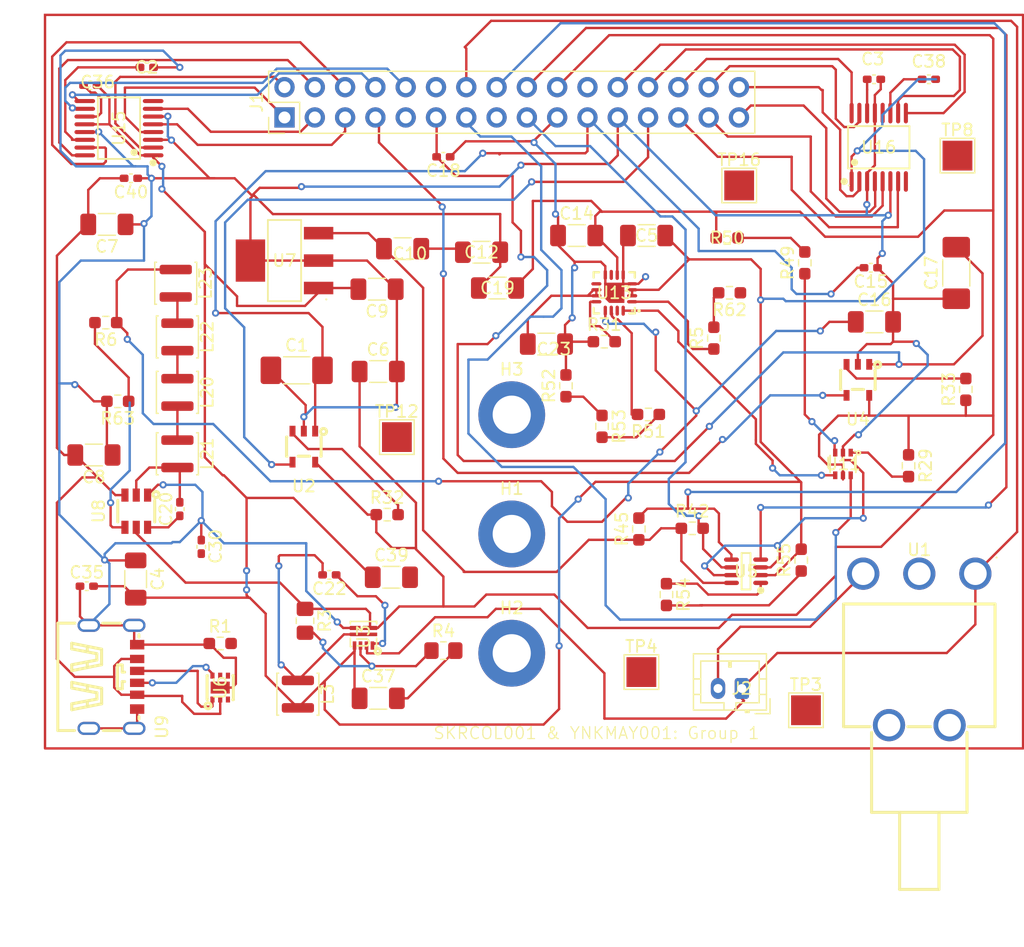
<source format=kicad_pcb>
(kicad_pcb (version 20241229) (generator "pcbnew") (generator_version "9.0")
  (title_block (title "MM POWERBOARD ") (date "2025-03-28") (rev "1.5") (company "UCT") (comment 4 "Colby Skirving and May Yuan-Klitzner"))
  (layers (0 "F.Cu" signal) (2 "B.Cu" signal) (13 "F.Paste" user) (15 "B.Paste" user) (5 "F.SilkS" user "F.Silkscreen") (7 "B.SilkS" user "B.Silkscreen") (1 "F.Mask" user) (3 "B.Mask" user) (25 "Edge.Cuts" user))
  (net 0 "")
  (net 1 "/PD_CC1")
  (net 2 "/PD_CC2")
  (net 3 "GND")
  (net 4 "/PD1")
  (net 5 "/EXT_LOAD1_OUT")
  (net 6 "/CBST")
  (net 7 "Battery")
  (net 8 "/SW")
  (net 9 "/INAOUT")
  (net 10 "/5V Out")
  (net 11 "/Motor2_A_OUT")
  (net 12 "/MOTOR4_CTRL2")
  (net 13 "/MOTOR2_CTRL1")
  (net 14 "/Motor4_A_OUT")
  (net 15 "Net-(U5-IN+)")
  (net 16 "/MOTOR4_CTRL1")
  (net 17 "/Motor4_B_OUT")
  (net 18 "/MOTOR2_CTRL2")
  (net 19 "/Motor2_B_OUT")
  (net 20 "/3V3 Out")
  (net 21 "/I2C1_SCL")
  (net 22 "/I2C1_SDA")
  (net 23 "/MOTOR1_B_OUT")
  (net 24 "/MOTOR1_CTRL2")
  (net 25 "/EXT_LOAD2_OUT")
  (net 26 "/MOTOR3_A_OUT")
  (net 27 "/MOTOR3_CTRL2")
  (net 28 "/MOTOR1_A_OUT")
  (net 29 "/MOTOR1_CTRL1")
  (net 30 "/MOTOR3_B_OUT")
  (net 31 "/MOTOR3_CTRL1")
  (net 32 "/FB_pin")
  (net 33 "Net-(U11-NC)")
  (net 34 "/FAST_CHARGE_CTRL")
  (net 35 "Net-(U11-COM)")
  (net 36 "Net-(U11-NO)")
  (net 39 "Net-(U13-TMR)")
  (net 40 "Net-(U13-ILIM)")
  (net 42 "Net-(U13-TS)")
  (net 43 "Net-(R49-Pad2)")
  (net 44 "Net-(R51-Pad1)")
  (net 45 "Net-(R52-Pad1)")
  (net 46 "Net-(R54-Pad2)")
  (net 47 "Net-(C23-Pad2)")
  (net 48 "Net-(U15-VINT)")
  (net 49 "Net-(U16-VINT)")
  (net 50 "Net-(C10-Pad1)")
  (net 51 "Net-(U15-VCP)")
  (net 52 "Net-(U16-VCP)")
  (net 53 "/HV")
  (net 54 "/CTRL_EXT_LOAD2")
  (net 55 "/CTRL_EXT_LOAD1")
  (net 57 "/USART2_RX")
  (net 58 "/USART2_TX")
  (net 61 "Net-(U6-VSET)")
  (net 62 "Net-(U2-FLG)")
  (net 63 "Net-(U4-FLG)")
  (net 71 "Net-(U3-FB)")
  (net 72 "/BATICIN")
  (net 73 "Net-(U10-VCC)")
  (net 74 "Net-(U8-VBST)")
  (net 75 "Net-(U8-SW)")
  (net 78 "Net-(L20-Pad2)")
  (net 79 "Net-(U8-VFB)")
  (net 80 "Net-(L20-Pad1)")
  (net 81 "Net-(L22-Pad1)")
  (footprint "Resistor_SMD:R_0805_2012Metric_Pad1.20x1.40mm_HandSolder" (layer "F.Cu") (at 141.4 123.5 -90)
    (property "Reference" "R3")
    (property "Value" "150k")
  )
  (footprint "Capacitor_SMD:C_1206_3216Metric_Pad1.33x1.80mm_HandSolder" (layer "F.Cu") (at 157.5375 95.6)
    (property "Reference" "C19")
    (property "Value" "10u")
  )
  (footprint "Capacitor_SMD:C_1206_3216Metric_Pad1.33x1.80mm_HandSolder" (layer "F.Cu") (at 124.787417 90.265761 180)
    (property "Reference" "C7")
    (property "Value" "10u")
  )
  (footprint "Capacitor_SMD:C_1808_4520Metric_Pad1.72x2.30mm_HandSolder" (layer "F.Cu") (at 140.7 102.5)
    (property "Reference" "C1")
    (property "Value" "100u")
  )
  (footprint "Capacitor_SMD:C_1206_3216Metric_Pad1.33x1.80mm_HandSolder" (layer "F.Cu") (at 148.640005 119.849911)
    (property "Reference" "C39")
    (property "Value" "10u")
  )
  (footprint "Inductor_SMD:L_Sunlord_SWPA3015S" (layer "F.Cu") (at 130.56 95.2 -90)
    (property "Reference" "L23")
    (property "Value" "1uH")
  )
  (footprint "Connector_PinHeader_2.54mm:PinHeader_2x16_P2.54mm_Vertical" (layer "F.Cu") (at 139.68 81.3 90)
    (property "Reference" "J1")
    (property "Value" "Conn_02x16_Odd_Even")
  )
  (footprint "Capacitor_SMD:C_1206_3216Metric_Pad1.33x1.80mm_HandSolder" (layer "F.Cu") (at 127.2 120 -90)
    (property "Reference" "C4")
    (property "Value" "10u")
  )
  (footprint "Capacitor_SMD:C_1206_3216Metric_Pad1.33x1.80mm_HandSolder" (layer "F.Cu") (at 123.7 109.6 180)
    (property "Reference" "C8")
    (property "Value" "10u")
  )
  (footprint "Resistor_SMD:R_0603_1608Metric_Pad0.98x0.95mm_HandSolder" (layer "F.Cu") (at 175.675 99.8 90)
    (property "Reference" "R5")
    (property "Value" "10k")
  )
  (footprint "Capacitor_SMD:C_0402_1005Metric_Pad0.74x0.62mm_HandSolder" (layer "F.Cu") (at 123.1 120.6)
    (property "Reference" "C35")
    (property "Value" "1u")
  )
  (footprint "Capacitor_SMD:C_1206_3216Metric_Pad1.33x1.80mm_HandSolder" (layer "F.Cu") (at 156.2 92.6 180)
    (property "Reference" "C12")
    (property "Value" "10u")
  )
  (footprint "Capacitor_SMD:C_1206_3216Metric_Pad1.33x1.80mm_HandSolder" (layer "F.Cu") (at 147.5375 102.6)
    (property "Reference" "C6")
    (property "Value" "10u")
  )
  (footprint "Capacitor_SMD:C_1206_3216Metric_Pad1.33x1.80mm_HandSolder" (layer "F.Cu") (at 149.58 92.3 180)
    (property "Reference" "C10")
    (property "Value" "10u")
  )
  (footprint "Resistor_SMD:R_0603_1608Metric_Pad0.98x0.95mm_HandSolder" (layer "F.Cu") (at 173.863421 115.746476)
    (property "Reference" "R42")
    (property "Value" "3k")
  )
  (footprint "Resistor_SMD:R_0603_1608Metric_Pad0.98x0.95mm_HandSolder" (layer "F.Cu") (at 163.275 103.8 90)
    (property "Reference" "R52")
    (property "Value" "3k")
  )
  (footprint "Capacitor_SMD:C_1206_3216Metric_Pad1.33x1.80mm_HandSolder" (layer "F.Cu") (at 147.4375 95.7 180)
    (property "Reference" "C9")
    (property "Value" "10u")
  )
  (footprint "Resistor_SMD:R_0603_1608Metric_Pad0.98x0.95mm_HandSolder" (layer "F.Cu") (at 134.2875 125.4)
    (property "Reference" "R1")
    (property "Value" "75k")
  )
  (footprint "Capacitor_SMD:C_1206_3216Metric_Pad1.33x1.80mm_HandSolder" (layer "F.Cu") (at 189.1375 98.4375)
    (property "Reference" "C16")
    (property "Value" "10u")
  )
  (footprint "JLC_footprints:SOT-23-6_L2.9-W1.6-P0.95-LS2.8-BR" (layer "F.Cu") (at 127.249962 114.312513 90)
    (property "Reference" "U8")
    (property "Value" "TPS562200DDCR")
  )
  (footprint "JLC_footprints:VQFN-7_L2.1-W2.1-P0.50-BL" (layer "F.Cu") (at 146.299898 124.83749 90)
    (property "Reference" "U3")
    (property "Value" "TPS61230ARNSR")
  )
  (footprint "JLC_footprints:TDFN-6_L2.0-W2.0-P0.65-TL-EP" (layer "F.Cu") (at 134.287576 129.099975 90)
    (property "Reference" "U6")
    (property "Value" "HUSB237-AA001-DN06R")
  )
  (footprint "Capacitor_SMD:C_0402_1005Metric_Pad0.74x0.62mm_HandSolder" (layer "F.Cu") (at 126.8 86.4 180)
    (property "Reference" "C40")
    (property "Value" "1u")
  )
  (footprint "Resistor_SMD:R_0603_1608Metric_Pad0.98x0.95mm_HandSolder" (layer "F.Cu") (at 176.7875 91.4 180)
    (property "Reference" "R50")
    (property "Value" "1k5")
  )
  (footprint "Connector_JST:JST_PH_B2B-PH-K_1x02_P2.00mm_Vertical" (layer "F.Cu") (at 178.025 129.175 180)
    (property "Reference" "J2")
    (property "Value" "Conn_01x02")
  )
  (footprint "JLC_footprints:SOT-25_L3.0-W1.6-P0.95-LS2.8-BL" (layer "F.Cu") (at 141.3 108.9 180)
    (property "Reference" "U2")
    (property "Value" "AP22814AW5-7")
  )
  (footprint "Capacitor_SMD:C_0402_1005Metric_Pad0.74x0.62mm_HandSolder" (layer "F.Cu") (at 132.7 117.3 90)
    (property "Reference" "C30")
    (property "Value" "1u")
  )
  (footprint "Capacitor_SMD:C_0402_1005Metric_Pad0.74x0.62mm_HandSolder" (layer "F.Cu") (at 130.9 114.1325 90)
    (property "Reference" "C20")
    (property "Value" "0u1")
  )
  (footprint "Resistor_SMD:R_0603_1608Metric_Pad0.98x0.95mm_HandSolder" (layer "F.Cu") (at 170.1875 106.2 180)
    (property "Reference" "R51")
    (property "Value" "10k")
  )
  (footprint "Resistor_SMD:R_0603_1608Metric_Pad0.98x0.95mm_HandSolder" (layer "F.Cu") (at 124.7 98.5 180)
    (property "Reference" "R6")
    (property "Value" "56K")
  )
  (footprint "Resistor_SMD:R_0603_1608Metric_Pad0.98x0.95mm_HandSolder" (layer "F.Cu") (at 192 110.5 -90)
    (property "Reference" "R29")
    (property "Value" "1k5")
  )
  (footprint "Capacitor_SMD:C_0402_1005Metric_Pad0.74x0.62mm_HandSolder" (layer "F.Cu") (at 188.8325 93.9 180)
    (property "Reference" "C15")
    (property "Value" "0u1")
  )
  (footprint "JLC_footprints:TSSOP-16_L5.0-W4.4-P0.65-LS6.4-BL" (layer "F.Cu") (at 189.5 83.8)
    (property "Reference" "U16")
    (property "Value" "DRV8833PWR")
  )
  (footprint "Capacitor_SMD:C_0402_1005Metric_Pad0.74x0.62mm_HandSolder" (layer "F.Cu") (at 128.1325 77.1 180)
    (property "Reference" "C2")
    (property "Value" "2.2u")
  )
  (footprint "Resistor_SMD:R_0603_1608Metric_Pad0.98x0.95mm_HandSolder" (layer "F.Cu") (at 183 118.4125 90)
    (property "Reference" "R55")
    (property "Value" "50m")
  )
  (footprint "Inductor_SMD:L_Sunlord_SWPA3015S" (layer "F.Cu") (at 130.7 109.5 -90)
    (property "Reference" "L21")
    (property "Value" "1uH")
  )
  (footprint "Resistor_SMD:R_0603_1608Metric_Pad0.98x0.95mm_HandSolder" (layer "F.Cu") (at 183.3 93.4875 90)
    (property "Reference" "R49")
    (property "Value" "3k")
  )
  (footprint "Resistor_SMD:R_0603_1608Metric_Pad0.98x0.95mm_HandSolder" (layer "F.Cu") (at 166.4875 100.1)
    (property "Reference" "R31")
    (property "Value" "1k5")
  )
  (footprint "Resistor_SMD:R_0603_1608Metric_Pad0.98x0.95mm_HandSolder" (layer "F.Cu") (at 196.8 104.1 90)
    (property "Reference" "R33")
    (property "Value" "10k")
  )
  (footprint "Capacitor_SMD:C_0402_1005Metric_Pad0.74x0.62mm_HandSolder" (layer "F.Cu") (at 123.4 78.6 180)
    (property "Reference" "C36")
    (property "Value" "10n")
  )
  (footprint "Capacitor_SMD:C_1206_3216Metric_Pad1.33x1.80mm_HandSolder" (layer "F.Cu") (at 161.6375 100.3 180)
    (property "Reference" "C23")
    (property "Value" "10u")
  )
  (footprint "TestPoint:TestPoint_Pad_2.5x2.5mm" (layer "F.Cu") (at 149.1 108.1)
    (property "Reference" "TP12")
    (property "Value" "TestPoint")
  )
  (footprint "MountingHole:MountingHole_3.2mm_M3_DIN965_Pad" (layer "F.Cu") (at 158.73 106.22)
    (property "Reference" "H3")
    (property "Value" "MountingHole_Pad")
  )
  (footprint "TestPoint:TestPoint_Pad_2.5x2.5mm" (layer "F.Cu") (at 169.6 127.8)
    (property "Reference" "TP4")
    (property "Value" "TestPoint")
  )
  (footprint "Inductor_SMD:L_Sunlord_SWPA3015S" (layer "F.Cu") (at 130.7 104.35 -90)
    (property "Reference" "L20")
    (property "Value" "1uH")
  )
  (footprint "Resistor_SMD:R_0603_1608Metric_Pad0.98x0.95mm_HandSolder" (layer "F.Cu") (at 166.3 107.2 -90)
    (property "Reference" "R53")
    (property "Value" "3k")
  )
  (footprint "Capacitor_SMD:C_0402_1005Metric_Pad0.74x0.62mm_HandSolder" (layer "F.Cu") (at 189.1 78.1 180)
    (property "Reference" "C3")
    (property "Value" "2.2u")
  )
  (footprint "Inductor_SMD:L_Sunlord_SWPA3015S" (layer "F.Cu") (at 140.8 129.65 -90)
    (property "Reference" "L3")
    (property "Value" "1uH")
  )
  (footprint "Capacitor_SMD:C_1206_3216Metric_Pad1.33x1.80mm_HandSolder" (layer "F.Cu") (at 170.0375 91.2)
    (property "Reference" "C5")
    (property "Value" "10u")
  )
  (footprint "JLC_footprints:SW-TH_1MS1T2B4M6QES" (layer "F.Cu") (at 192.9 125.9)
    (property "Reference" "U1")
    (property "Value" "1MS1T2B4M6QES")
  )
  (footprint "Capacitor_SMD:C_1206_3216Metric_Pad1.33x1.80mm_HandSolder" (layer "F.Cu") (at 164.175 91.2)
    (property "Reference" "C14")
    (property "Value" "10u")
  )
  (footprint "TestPoint:TestPoint_Pad_2.5x2.5mm" (layer "F.Cu") (at 177.8 87)
    (property "Reference" "TP16")
    (property "Value" "TestPoint")
  )
  (footprint "Resistor_SMD:R_0603_1608Metric_Pad0.98x0.95mm_HandSolder" (layer "F.Cu") (at 169.3875 115.8 90)
    (property "Reference" "R45")
    (property "Value" "3k")
  )
  (footprint "Resistor_SMD:R_0603_1608Metric_Pad0.98x0.95mm_HandSolder" (layer "F.Cu") (at 176.9875 96 180)
    (property "Reference" "R62")
    (property "Value" "10k")
  )
  (footprint "JLC_footprints:TYPE-C-SMD_TYPE-C-6P" (layer "F.Cu") (at 125.3 128.2 -90)
    (property "Reference" "U9")
    (property "Value" "TYPE-C_6P")
  )
  (footprint "JLC_footprints:TSSOP-16_L5.0-W4.4-P0.65-LS6.4-BL" (layer "F.Cu") (at 125.8 82.2 90)
    (property "Reference" "U15")
    (property "Value" "DRV8833PWR")
  )
  (footprint "Inductor_SMD:L_Sunlord_SWPA3015S" (layer "F.Cu") (at 130.7 99.7 -90)
    (property "Reference" "L22")
    (property "Value" "1uH")
  )
  (footprint "Capacitor_SMD:C_1808_4520Metric_Pad1.72x2.30mm_HandSolder" (layer "F.Cu") (at 196 94.3375 90)
    (property "Reference" "C17")
    (property "Value" "100u")
  )
  (footprint "Capacitor_SMD:C_0402_1005Metric_Pad0.74x0.62mm_HandSolder" (layer "F.Cu") (at 153 84.6 180)
    (property "Reference" "C18")
    (property "Value" "0u1")
  )
  (footprint "Resistor_SMD:R_0603_1608Metric_Pad0.98x0.95mm_HandSolder" (layer "F.Cu") (at 148.2875 114.6)
    (property "Reference" "R32")
    (property "Value" "10k")
  )
  (footprint "Resistor_SMD:R_0603_1608Metric_Pad0.98x0.95mm_HandSolder" (layer "F.Cu") (at 171.7 121.3 -90)
    (property "Reference" "R54")
    (property "Value" "50m")
  )
  (footprint "JLC_footprints:SC-70-6_L2.0-W1.3-P0.65-LS2.1-BL-1" (layer "F.Cu") (at 186.5 110.349962 180)
    (property "Reference" "U11")
    (property "Value" "TS5A3159DCKR")
  )
  (footprint "JLC_footprints:SOT-223_L6.5-W3.5-P2.30-LS7.0-BR" (layer "F.Cu") (at 139.68 93.3)
    (property "Reference" "U7")
    (property "Value" "AP7361C-33E-13")
  )
  (footprint "Capacitor_SMD:C_0402_1005Metric_Pad0.74x0.62mm_HandSolder" (layer "F.Cu") (at 193.7 78.1 180)
    (property "Reference" "C38")
    (property "Value" "10n")
  )
  (footprint "Resistor_SMD:R_0805_2012Metric_Pad1.20x1.40mm_HandSolder" (layer "F.Cu") (at 153 126)
    (property "Reference" "R4")
    (property "Value" "47k")
  )
  (footprint "JLC_footprints:SOT-25_L3.0-W1.6-P0.95-LS2.8-BL" (layer "F.Cu") (at 187.750038 103.300025 180)
    (property "Reference" "U4")
    (property "Value" "AP22814AW5-7")
  )
  (footprint "JLC_footprints:QFN-16_L3.0-W3.0-P0.50-TL-EP1.7" (layer "F.Cu") (at 167.325064 96 180)
    (property "Reference" "U13")
    (property "Value" "BQ24074RGTR")
  )
  (footprint "TestPoint:TestPoint_Pad_2.5x2.5mm" (layer "F.Cu") (at 196.1 84.5)
    (property "Reference" "TP8")
    (property "Value" "TestPoint")
  )
  (footprint "MountingHole:MountingHole_3.2mm_M3_DIN965_Pad" (layer "F.Cu") (at 158.73 126.22)
    (property "Reference" "H2")
    (property "Value" "MountingHole_Pad")
  )
  (footprint "Capacitor_SMD:C_0402_1005Metric_Pad0.74x0.62mm_HandSolder" (layer "F.Cu") (at 143.440005 119.649911 180)
    (property "Reference" "C22")
    (property "Value" "10n")
  )
  (footprint "MountingHole:MountingHole_3.2mm_M3_DIN965_Pad" (layer "F.Cu") (at 158.73 116.22)
    (property "Reference" "H1")
    (property "Value" "MountingHole_Pad")
  )
  (footprint "JLC_footprints:SOT-23-8_L3.0-W1.7-P0.65-LS2.8-BR" (layer "F.Cu") (at 178.375921 119.346476)
    (property "Reference" "U5")
    (property "Value" "INA219AIDCNR")
  )
  (footprint "TestPoint:TestPoint_Pad_2.5x2.5mm" (layer "F.Cu") (at 183.4 131)
    (property "Reference" "TP3")
    (property "Value" "TestPoint")
  )
  (footprint "Capacitor_SMD:C_1206_3216Metric_Pad1.33x1.80mm_HandSolder" (layer "F.Cu") (at 147.5375 130)
    (property "Reference" "C37")
    (property "Value" "10u")
  )
  (footprint "Resistor_SMD:R_0603_1608Metric_Pad0.98x0.95mm_HandSolder" (layer "F.Cu") (at 125.7 105.1 180)
    (property "Reference" "R63")
    (property "Value" "10k")
  )
  (gr_rect (start 119.6 72.7) (end 201.6 134.2) (stroke (width 0.2)) (fill no) (layer "F.Cu") (net 3))
  (gr_text "SKRCOL001 & YNKMAY001: Group 1" (at 152.1 133.5 0) (layer "F.SilkS") (effects (font (size 1 1) (thickness 0.1)) (justify left bottom)))
  (segment (start 132.7 130.7) (end 133.6 130.7) (width 0.2) (layer "F.Cu") (net 1))
  (segment (start 132.4 127.7) (end 132.4 130.4) (width 0.2) (layer "F.Cu") (net 1))
  (segment (start 133.637563 130.662437) (end 133.637563 130.099899) (width 0.2) (layer "F.Cu") (net 1))
  (segment (start 127.325019 127.7) (end 132.4 127.7) (width 0.2) (layer "F.Cu") (net 1))
  (segment (start 132.4 130.4) (end 132.7 130.7) (width 0.2) (layer "F.Cu") (net 1))
  (segment (start 133.6 130.7) (end 133.637563 130.662437) (width 0.2) (layer "F.Cu") (net 1))
  (segment (start 127.325019 128.7) (end 128.6 128.7) (width 0.2) (layer "F.Cu") (net 2))
  (segment (start 133.637563 127.937563) (end 133.1 127.4) (width 0.2) (layer "F.Cu") (net 2))
  (segment (start 133.637563 128.099899) (end 133.637563 127.937563) (width 0.2) (layer "F.Cu") (net 2))
  (via (at 133.1 127.4) (size 0.6) (drill 0.3) (layers "F.Cu" "B.Cu") (net 2))
  (via (at 128.6 128.7) (size 0.6) (drill 0.3) (layers "F.Cu" "B.Cu") (net 2))
  (segment (start 133 127.3) (end 133.1 127.4) (width 0.2) (layer "B.Cu") (net 2))
  (segment (start 128.6 128.7) (end 130.6 128.7) (width 0.2) (layer "B.Cu") (net 2))
  (segment (start 130.6 128.7) (end 132 127.3) (width 0.2) (layer "B.Cu") (net 2))
  (segment (start 132 127.3) (end 133 127.3) (width 0.2) (layer "B.Cu") (net 2))
  (segment (start 128.525 86.4) (end 133.8 86.4) (width 0.2) (layer "F.Cu") (net 3))
  (segment (start 162.6125 89.6125) (end 162.4 89.4) (width 0.2) (layer "F.Cu") (net 3))
  (segment (start 149.1 95.8) (end 149 95.7) (width 0.2) (layer "F.Cu") (net 3))
  (segment (start 128.7 77.1) (end 130.9 77.1) (width 0.2) (layer "F.Cu") (net 3))
  (segment (start 188.524892 88.575108) (end 188.5 88.6) (width 0.2) (layer "F.Cu") (net 3))
  (segment (start 190.475108 86.665761) (end 190.475108 89.324892) (width 0.2) (layer "F.Cu") (net 3))
  (segment (start 127.2 118.4375) (end 124.6375 118.4375) (width 0.2) (layer "F.Cu") (net 3))
  (segment (start 190.7 95.2) (end 189.4 93.9) (width 0.2) (layer "F.Cu") (net 3))
  (segment (start 149.1 102.6) (end 149.1 95.8) (width 0.2) (layer "F.Cu") (net 3))
  (segment (start 133.8 86.4) (end 135.5 86.4) (width 0.2) (layer "F.Cu") (net 3))
  (segment (start 163.275 100.375) (end 163.2 100.3) (width 0.2) (layer "F.Cu") (net 3))
  (segment (start 158 92.6) (end 158.3 92.3) (width 0.2) (layer "F.Cu") (net 3))
  (segment (start 181.2 118.249587) (end 181.2 117.4) (width 0.2) (layer "F.Cu") (net 3))
  (segment (start 159.6 85.2) (end 159.5 85.3) (width 0.2) (layer "F.Cu") (net 3))
  (segment (start 186.601 110.026006) (end 186.5 109.925006) (width 0.2) (layer "F.Cu") (net 3))
  (segment (start 169.349936 95.250064) (end 169.95 94.65) (width 0.2) (layer "F.Cu") (net 3))
  (segment (start 149.1 102.6) (end 149.1 105.5) (width 0.2) (layer "F.Cu") (net 3))
  (segment (start 166.574873 95.250063) (end 167.324937 96.000127) (width 0.2) (layer "F.Cu") (net 3))
  (segment (start 142.537506 93.3) (end 146.6 93.3) (width 0.2) (layer "F.Cu") (net 3))
  (segment (start 141.3 106.4) (end 141.451038 106.248962) (width 0.2) (layer "F.Cu") (net 3))
  (segment (start 137 87.8) (end 137.6 87.2) (width 0.2) (layer "F.Cu") (net 3))
  (segment (start 134.287551 129.099899) (end 133.610557 129.099899) (width 0.2) (layer "F.Cu") (net 3))
  (segment (start 127.075083 123.880086) (end 127.075083 125.250166) (width 0.2) (layer "F.Cu") (net 3))
  (segment (start 181.2 117.4) (end 181 117.2) (width 0.2) (layer "F.Cu") (net 3))
  (segment (start 162.6125 91.2) (end 162.6125 92.0125) (width 0.2) (layer "F.Cu") (net 3))
  (segment (start 167.62 81.3) (end 167.62 84.48) (width 0.2) (layer "F.Cu") (net 3))
  (segment (start 133.274898 125.500102) (end 133.375 125.4) (width 0.2) (layer "F.Cu") (net 3))
  (segment (start 177.149861 119.671597) (end 175.671597 119.671597) (width 0.2) (layer "F.Cu") (net 3))
  (segment (start 170 94.6) (end 169.95 94.65) (width 0.2) (layer "F.Cu") (net 3))
  (segment (start 150 130) (end 149.1 130) (width 0.2) (layer "F.Cu") (net 3))
  (segment (start 176.025 125.875) (end 176.025 129.175) (width 0.2) (layer "F.Cu") (net 3))
  (segment (start 136.9 87.8) (end 137 87.8) (width 0.2) (layer "F.Cu") (net 3))
  (segment (start 166.574873 93.774873) (end 166.574873 94.5) (width 0.2) (layer "F.Cu") (net 3))
  (segment (start 188.524892 85.953538) (end 188.524892 86.665761) (width 0.2) (layer "F.Cu") (net 3))
  (segment (start 186.5 109.925006) (end 186.5 109.4) (width 0.2) (layer "F.Cu") (net 3))
  (segment (start 163.275 102.8875) (end 163.275 100.375) (width 0.2) (layer "F.Cu") (net 3))
  (segment (start 127.834239 90.265761) (end 127.9 90.2) (width 0.2) (layer "F.Cu") (net 3))
  (segment (start 124.7875 105.1) (end 123.7 105.1) (width 0.2) (layer "F.Cu") (net 3))
  (segment (start 128.199924 112.9625) (end 129.062424 112.1) (width 0.2) (layer "F.Cu") (net 3))
  (segment (start 130.2 83.2) (end 133.4 86.4) (width 0.2) (layer "F.Cu") (net 3))
  (segment (start 190.475108 89.324892) (end 190.3 89.5) (width 0.2) (layer "F.Cu") (net 3))
  (segment (start 129.062424 112.1) (end 129.5 112.1) (width 0.2) (layer "F.Cu") (net 3))
  (segment (start 141.451038 106.248962) (end 141.451038 105.413538) (width 0.2) (layer "F.Cu") (net 3))
  (segment (start 136.822494 93.3) (end 136.822494 88.077506) (width 0.2) (layer "F.Cu") (net 3))
  (segment (start 175.671597 119.671597) (end 174.9 118.9) (width 0.2) (layer "F.Cu") (net 3))
  (segment (start 149.1 105.5) (end 149 105.6) (width 0.2) (layer "F.Cu") (net 3))
  (segment (start 127.325019 130.899898) (end 127.325019 132.269978) (width 0.2) (layer "F.Cu") (net 3))
  (segment (start 177.9 124) (end 176.025 125.875) (width 0.2) (layer "F.Cu") (net 3))
  (segment (start 196 96.5) (end 190.7 96.5) (width 0.2) (layer "F.Cu") (net 3))
  (segment (start 192.5 100.1) (end 192.65 100.25) (width 0.2) (layer "F.Cu") (net 3))
  (segment (start 187.750038 101.049962) (end 188.5 100.3) (width 0.2) (layer "F.Cu") (net 3))
  (segment (start 136.822494 88.077506) (end 137.1 87.8) (width 0.2) (layer "F.Cu") (net 3))
  (segment (start 167.62 84.48) (end 166.9 85.2) (width 0.2) (layer "F.Cu") (net 3))
  (segment (start 122.3 103.7) (end 122.1 103.7) (width 0.2) (layer "F.Cu") (net 3))
  (segment (start 157.7625 92.6) (end 157.7625 93.8125) (width 0.2) (layer "F.Cu") (net 3))
  (segment (start 180.427978 119.021609) (end 181.2 118.249587) (width 0.2) (layer "F.Cu") (net 3))
  (segment (start 159.9 83.3) (end 160.5 83.3) (width 0.2) (layer "F.Cu") (net 3))
  (segment (start 168.075 94.5) (end 168.075 95.250064) (width 0.2) (layer "F.Cu") (net 3))
  (segment (start 135.6 126.6) (end 134.575 126.6) (width 0.2) (layer "F.Cu") (net 3))
  (segment (start 190.7 100.1) (end 190.7 98.4375) (width 0.2) (layer "F.Cu") (net 3))
  (segment (start 137.1 87.8) (end 138.7 89.4) (width 0.2) (layer "F.Cu") (net 3))
  (segment (start 129.875108 81.224892) (end 129.9 81.2) (width 0.2) (layer "F.Cu") (net 3))
  (segment (start 146.6 93.3) (end 149 95.7) (width 0.2) (layer "F.Cu") (net 3))
  (segment (start 189.4 93.9) (end 189.4 93.1) (width 0.2) (layer "F.Cu") (net 3))
  (segment (start 160.5 83.3) (end 160.6 83.4) (width 0.2) (layer "F.Cu") (net 3))
  (segment (start 160.54 83.3) (end 162.54 81.3) (width 0.2) (layer "F.Cu") (net 3))
  (segment (start 141 87.2) (end 141.1 87.1) (width 0.2) (layer "F.Cu") (net 3))
  (segment (start 162.6125 91.2) (end 162.6125 89.6125) (width 0.2) (layer "F.Cu") (net 3))
  (segment (start 162.6125 92.0125) (end 164 93.4) (width 0.2) (layer "F.Cu") (net 3))
  (segment (start 189.6675 78.9325) (end 189.175133 79.424867) (width 0.2) (layer "F.Cu") (net 3))
  (segment (start 186.5 109.4) (end 186.5 108.874994) (width 0.2) (layer "F.Cu") (net 3))
  (segment (start 190.7 98.4375) (end 190.7 96.5) (width 0.2) (layer "F.Cu") (net 3))
  (segment (start 189.4 93.1) (end 189.8 92.7) (width 0.2) (layer "F.Cu") (net 3))
  (segment (start 141.3 107.600025) (end 141.3 106.4) (width 0.2) (layer "F.Cu") (net 3))
  (segment (start 122.5325 120.6) (end 122.5325 123.137605) (width 0.2) (layer "F.Cu") (net 3))
  (segment (start 188.5 100.3) (end 190.5 100.3) (width 0.2) (layer "F.Cu") (net 3))
  (segment (start 188.524892 86.665761) (end 188.524892 88.575108) (width 0.2) (layer "F.Cu") (net 3))
  (segment (start 166.574873 94.5) (end 166.574873 95.250063) (width 0.2) (layer "F.Cu") (net 3))
  (segment (start 187.474994 107.9) (end 187.8 107.9) (width 0.2) (layer "F.Cu") (net 3))
  (segment (start 132.7 116.7325) (end 132.7 115.1) (width 0.2) (layer "F.Cu") (net 3))
  (segment (start 133.375 125.725) (end 133.375 125.4) (width 0.2) (layer "F.Cu") (net 3))
  (segment (start 168.075 94.5) (end 168.075 91.6) (width 0.2) (layer "F.Cu") (net 3))
  (segment (start 190.5 100.3) (end 190.7 100.1) (width 0.2) (layer "F.Cu") (net 3))
  (segment (start 137.6 87.2) (end 141 87.2) (width 0.2) (layer "F.Cu") (net 3))
  (segment (start 168.075 95.250064) (end 167.324937 96.000127) (width 0.2) (layer "F.Cu") (net 3))
  (segment (start 187.000013 119.549987) (end 188.199975 119.549987) (width 0.2) (layer "F.Cu") (net 3))
  (segment (start 159.4 85.4) (end 159.5 85.3) (width 0.2) (layer "F.Cu") (net 3))
  (segment (start 188.2 111.1) (end 187.126006 110.026006) (width 0.2) (layer "F.Cu") (net 3))
  (segment (start 159.9 83.3) (end 160.54 83.3) (width 0.2) (layer "F.Cu") (net 3))
  (segment (start 164 93.4) (end 166.2 93.4) (width 0.2) (layer "F.Cu") (net 3))
  (segment (start 155.975 95.6) (end 155.975 95.45) (width 0.2) (layer "F.Cu") (net 3))
  (segment (start 141.451038 105.413538) (end 138.5375 102.5) (width 0.2) (layer "F.Cu") (net 3))
  (segment (start 168.825064 95.250064) (end 168.075 95.250064) (width 0.2) (layer "F.Cu") (net 3))
  (segment (start 124.075133 82.524867) (end 124.1 82.5) (width 0.2) (layer "F.Cu") (net 3))
  (segment (start 175.675 96.4) (end 176.075 96) (width 0.2) (layer "F.Cu") (net 3))
  (segment (start 168.075 91.6) (end 168.475 91.2) (width 0.2) (layer "F.Cu") (net 3))
  (segment (start 189.175133 85.303297) (end 188.524892 85.953538) (width 0.2) (layer "F.Cu") (net 3))
  (segment (start 135.6 128.78745) (end 135.6 126.6) (width 0.2) (layer "F.Cu") (net 3))
  (segment (start 142.537506 93.3) (end 136.822494 93.3) (width 0.2) (layer "F.Cu") (net 3))
  (segment (start 163.4 100.1) (end 163.2 100.3) (width 0.2) (layer "F.Cu") (net 3))
  (segment (start 124.6375 118.4375) (end 124.6 118.4) (width 0.2) (layer "F.Cu") (net 3))
  (segment (start 144.6 124.1) (end 144.1 123.6) (width 0.2) (layer "F.Cu") (net 3))
  (segment (start 179.601981 119.021609) (end 180.427978 119.021609) (width 0.2) (layer "F.Cu") (net 3))
  (segment (start 154 126) (end 150 130) (width 0.2) (layer "F.Cu") (net 3))
  (segment (start 123.274981 132.519914) (end 127.075083 132.519914) (width 0.2) (layer "F.Cu") (net 3))
  (segment (start 157.7625 89.4) (end 157.7625 92.6) (width 0.2) (layer "F.Cu") (net 3))
  (segment (start 133.4 86.4) (end 133.8 86.4) (width 0.2) (layer "F.Cu") (net 3))
  (segment (start 190.7 96.5) (end 190.7 95.2) (width 0.2) (layer "F.Cu") (net 3))
  (segment (start 127.3675 86.4) (end 128.525 86.4) (width 0.2) (layer "F.Cu") (net 3))
  (segment (start 190.7 100.1) (end 192.5 100.1) (width 0.2) (layer "F.Cu") (net 3))
  (segment (start 165.575 100.1) (end 163.4 100.1) (width 0.2) (layer "F.Cu") (net 3))
  (segment (start 122.5325 123.137605) (end 123.274981 123.880086) (width 0.2) (layer "F.Cu") (net 3))
  (segment (start 168.825064 95.250064) (end 169.349936 95.250064) (width 0.2) (layer "F.Cu") (net 3))
  (segment (start 189.175133 80.934239) (end 189.175133 85.303297) (width 0.2) (layer "F.Cu") (net 3))
  (segment (start 135.5 86.4) (end 136.9 87.8) (width 0.2) (layer "F.Cu") (net 3))
  (segment (start 163.2 98.7) (end 163.8 98.1) (width 0.2) (layer "F.Cu") (net 3))
  (segment (start 186.5 108.874994) (end 187.474994 107.9) (width 0.2) (layer "F.Cu") (net 3))
  (segment (start 157.7625 93.8125) (end 155.975 95.6) (width 0.2) (layer "F.Cu") (net 3))
  (segment (start 127.325019 125.500102) (end 133.274898 125.500102) (width 0.2) (layer "F.Cu") (net 3))
  (segment (start 134.287551 129.099899) (end 135.287551 129.099899) (width 0.2) (layer "F.Cu") (net 3))
  (segment (start 175.675 98.8875) (end 175.675 96.4) (width 0.2) (layer "F.Cu") (net 3))
  (segment (start 166.9 85.2) (end 159.6 85.2) (width 0.2) (layer "F.Cu") (net 3))
  (segment (start 135.287551 129.099899) (end 135.6 128.78745) (width 0.2) (layer "F.Cu") (net 3))
  (segment (start 127.325019 132.269978) (end 127.075083 132.519914) (width 0.2) (layer "F.Cu") (net 3))
  (segment (start 127.075083 125.250166) (end 127.325019 125.500102) (width 0.2) (layer "F.Cu") (net 3))
  (segment (start 145.6 124.1) (end 144.6 124.1) (width 0.2) (layer "F.Cu") (net 3))
  (segment (start 163.2 100.3) (end 163.2 98.7) (width 0.2) (layer "F.Cu") (net 3))
  (segment (start 123.274981 123.880086) (end 127.075083 123.880086) (width 0.2) (layer "F.Cu") (net 3))
  (segment (start 134.575 126.6) (end 133.375 125.4) (width 0.2) (layer "F.Cu") (net 3))
  (segment (start 154.8675 83.3) (end 159.9 83.3) (width 0.2) (layer "F.Cu") (net 3))
  (segment (start 124.7875 105.1) (end 124.7875 109.125) (width 0.2) (layer "F.Cu") (net 3))
  (segment (start 166.2 93.4) (end 166.574873 93.774873) (width 0.2) (layer "F.Cu") (net 3))
  (segment (start 123.7 105.1) (end 122.3 103.7) (width 0.2) (layer "F.Cu") (net 3))
  (segment (start 137 87.8) (end 137.1 87.8) (width 0.2) (layer "F.Cu") (net 3))
  (segment (start 126.349917 90.265761) (end 127.834239 90.265761) (width 0.2) (layer "F.Cu") (net 3))
  (segment (start 122.934239 82.524867) (end 124.075133 82.524867) (width 0.2) (layer "F.Cu") (net 3))
  (segment (start 187.750038 102.00005) (end 187.750038 101.049962) (width 0.2) (layer "F.Cu") (net 3))
  (segment (start 189.175133 79.424867) (end 189.175133 80.934239) (width 0.2) (layer "F.Cu") (net 3))
  (segment (start 188.2 114.9) (end 188.2 111.1) (width 0.2) (layer "F.Cu") (net 3))
  (segment (start 187.126006 110.026006) (end 186.601 110.026006) (width 0.2) (layer "F.Cu") (net 3))
  (segment (start 153.5675 84.6) (end 154.8675 83.3) (width 0.2) (layer "F.Cu") (net 3))
  (segment (start 164 93.4) (end 164 93.9) (width 0.2) (layer "F.Cu") (net 3))
  (segment (start 132.6 115) (end 132.7 115.1) (width 0.2) (layer "F.Cu") (net 3))
  (segment (start 188.199975 119.549987) (end 183.749962 124) (width 0.2) (layer "F.Cu") (net 3))
  (segment (start 128.665761 83.175108) (end 130.175108 83.175108) (width 0.2) (layer "F.Cu") (net 3))
  (segment (start 124.7875 109.125) (end 125.2625 109.6) (width 0.2) (layer "F.Cu") (net 3))
  (segment (start 189.6675 78.1) (end 189.6675 78.9325) (width 0.2) (layer "F.Cu") (net 3))
  (segment (start 138.7 89.4) (end 157.7625 89.4) (width 0.2) (layer "F.Cu") (net 3))
  (segment (start 130.2 83.2) (end 130.175108 83.175108) (width 0.2) (layer "F.Cu") (net 3))
  (segment (start 128.665761 81.224892) (end 129.875108 81.224892) (width 0.2) (layer "F.Cu") (net 3))
  (segment (start 183.749962 124) (end 177.9 124) (width 0.2) (layer "F.Cu") (net 3))
  (via (at 169.95 94.65) (size 0.6) (drill 0.3) (layers "F.Cu" "B.Cu") (net 3))
  (via (at 190.3 89.5) (size 0.6) (drill 0.3) (layers "F.Cu" "B.Cu") (net 3))
  (via (at 159.5 85.3) (size 0.6) (drill 0.3) (layers "F.Cu" "B.Cu") (net 3))
  (via (at 192.65 100.25) (size 0.6) (drill 0.3) (layers "F.Cu" "B.Cu") (net 3))
  (via (at 124.6 118.4) (size 0.6) (drill 0.3) (layers "F.Cu" "B.Cu") (net 3))
  (via (at 122.1 103.7) (size 0.6) (drill 0.3) (layers "F.Cu" "B.Cu") (net 3))
  (via (at 162.4 89.4) (size 0.6) (drill 0.3) (layers "F.Cu" "B.Cu") (net 3))
  (via (at 164 93.9) (size 0.6) (drill 0.3) (layers "F.Cu" "B.Cu") (net 3))
  (via (at 149 105.6) (size 0.6) (drill 0.3) (layers "F.Cu" "B.Cu") (net 3))
  (via (at 189.8 92.7) (size 0.6) (drill 0.3) (layers "F.Cu" "B.Cu") (net 3))
  (via (at 163.8 98.1) (size 0.6) (drill 0.3) (layers "F.Cu" "B.Cu") (net 3))
  (via (at 160.6 83.4) (size 0.6) (drill 0.3) (layers "F.Cu" "B.Cu") (net 3))
  (via (at 129.9 81.2) (size 0.6) (drill 0.3) (layers "F.Cu" "B.Cu") (net 3))
  (via (at 141.1 87.1) (size 0.6) (drill 0.3) (layers "F.Cu" "B.Cu") (net 3))
  (via (at 181 117.2) (size 0.6) (drill 0.3) (layers "F.Cu" "B.Cu") (net 3))
  (via (at 130.2 83.2) (size 0.6) (drill 0.3) (layers "F.Cu" "B.Cu") (net 3))
  (via (at 132.7 115.1) (size 0.6) (drill 0.3) (layers "F.Cu" "B.Cu") (net 3))
  (via (at 188.2 114.9) (size 0.6) (drill 0.3) (layers "F.Cu" "B.Cu") (net 3))
  (via (at 129.5 112.1) (size 0.6) (drill 0.3) (layers "F.Cu" "B.Cu") (net 3))
  (via (at 187.8 107.9) (size 0.6) (drill 0.3) (layers "F.Cu" "B.Cu") (net 3))
  (via (at 188.5 88.6) (size 0.6) (drill 0.3) (layers "F.Cu" "B.Cu") (net 3))
  (via (at 124.1 82.5) (size 0.6) (drill 0.3) (layers "F.Cu" "B.Cu") (net 3))
  (via (at 128.525 86.4) (size 0.6) (drill 0.3) (layers "F.Cu" "B.Cu") (net 3))
  (via (at 174.9 118.9) (size 0.6) (drill 0.3) (layers "F.Cu" "B.Cu") (net 3))
  (via (at 130.9 77.1) (size 0.6) (drill 0.3) (layers "F.Cu" "B.Cu") (net 3))
  (via (at 141.3 106.4) (size 0.6) (drill 0.3) (layers "F.Cu" "B.Cu") (net 3))
  (via (at 144.1 123.6) (size 0.6) (drill 0.3) (layers "F.Cu" "B.Cu") (net 3))
  (via (at 127.9 90.2) (size 0.6) (drill 0.3) (layers "F.Cu" "B.Cu") (net 3))
  (segment (start 132.8 112.7) (end 132.8 115) (width 0.2) (layer "B.Cu") (net 3))
  (segment (start 125 122.1) (end 125 118.7) (width 0.2) (layer "B.Cu") (net 3))
  (segment (start 120.8 114.6) (end 120.8 103.6) (width 0.2) (layer "B.Cu") (net 3))
  (segment (start 129.5 112.1) (end 132.2 112.1) (width 0.2) (layer "B.Cu") (net 3))
  (segment (start 128.525 86.4) (end 128.525 89.575) (width 0.2) (layer "B.Cu") (net 3))
  (segment (start 190.3 89.5) (end 188.4 89.5) (width 0.2) (layer "B.Cu") (net 3))
  (segment (start 120.8 103.6) (end 120.8 95.1) (width 0.2) (layer "B.Cu") (net 3))
  (segment (start 141.5 121) (end 141.5 117) (width 0.2) (layer "B.Cu") (net 3))
  (segment (start 176.6 117.2) (end 181 117.2) (width 0.2) (layer "B.Cu") (net 3))
  (segment (start 128.525 89.575) (end 127.9 90.2) (width 0.2) (layer "B.Cu") (net 3))
  (segment (start 193.6 102.1) (end 193.6 101.3) (width 0.2) (layer "B.Cu") (net 3))
  (segment (start 141.5 117) (end 134.6 117) (width 0.2) (layer "B.Cu") (net 3))
  (segment (start 124.6 118.4) (end 124.6 117.9) (width 0.2) (layer "B.Cu") (net 3))
  (segment (start 127 85.4) (end 127.2 85.4) (width 0.2) (layer "B.Cu") (net 3))
  (segment (start 144.1 123.6) (end 141.5 121) (width 0.2) (layer "B.Cu") (net 3))
  (segment (start 129.9 82.9) (end 130.2 83.2) (width 0.2) (layer "B.Cu") (net 3))
  (segment (start 128.2 86.075) (end 128.2 85.4) (width 0.2) (layer "B.Cu") (net 3))
  (segment (start 120.8 95.1) (end 122.6 93.3) (width 0.2) (layer "B.Cu") (net 3))
  (segment (start 120.8 103.6) (end 122 103.6) (width 0.2) (layer "B.Cu") (net 3))
  (segment (start 181 117.2) (end 183.3 114.9) (width 0.2) (layer "B.Cu") (net 3))
  (segment (start 163.8 94.1) (end 164 93.9) (width 0.2) (layer "B.Cu") (net 3))
  (segment (start 132.2 112.1) (end 132.8 112.7) (width 0.2) (layer "B.Cu") (net 3))
  (segment (start 162.4 85.2) (end 160.6 83.4) (width 0.2) (layer "B.Cu") (net 3))
  (segment (start 188.3 114.9) (end 188.2 114.9) (width 0.2) (layer "B.Cu") (net 3))
  (segment (start 134.6 117) (end 132.7 115.1) (width 0.2) (layer "B.Cu") (net 3))
  (segment (start 188.5 89.4) (end 188.4 89.5) (width 0.2) (layer "B.Cu") (net 3))
  (segment (start 193.6 101.2) (end 192.65 100.25) (width 0.2) (layer "B.Cu") (net 3))
  (segment (start 130.2 117) (end 130.3 116.9) (width 0.2) (layer "B.Cu") (net 3))
  (segment (start 123.274981 123.825019) (end 125 122.1) (width 0.2) (layer "B.Cu") (net 3))
  (segment (start 193.6 101.3) (end 193.6 101.2) (width 0.2) (layer "B.Cu") (net 3))
  (segment (start 132.8 115) (end 132.7 115.1) (width 0.2) (layer "B.Cu") (net 3))
  (segment (start 122 103.6) (end 122.1 103.7) (width 0.2) (layer "B.Cu") (net 3))
  (segment (start 123.274981 123.880086) (end 123.274981 123.825019) (width 0.2) (layer "B.Cu") (net 3))
  (segment (start 142.1 105.6) (end 149 105.6) (width 0.2) (layer "B.Cu") (net 3))
  (segment (start 129.9 81.2) (end 129.9 82.9) (width 0.2) (layer "B.Cu") (net 3))
  (segment (start 192.6 100.2) (end 192.65 100.25) (width 0.2) (layer "B.Cu") (net 3))
  (segment (start 128.525 86.4) (end 128.2 86.075) (width 0.2) (layer "B.Cu") (net 3))
  (segment (start 130.9 116.9) (end 132.7 115.1) (width 0.2) (layer "B.Cu") (net 3))
  (segment (start 174.9 118.9) (end 176.6 117.2) (width 0.2) (layer "B.Cu") (net 3))
  (segment (start 128.2 85.4) (end 127.2 85.4) (width 0.2) (layer "B.Cu") (net 3))
  (segment (start 129.5 75.7) (end 121.3 75.7) (width 0.2) (layer "B.Cu") (net 3))
  (segment (start 159.5 85.3) (end 157.7 87.1) (width 0.2) (layer "B.Cu") (net 3))
  (segment (start 157.7 87.1) (end 141.1 87.1) (width 0.2) (layer "B.Cu") (net 3))
  (segment (start 125.5 117) (end 130.2 117) (width 0.2) (layer "B.Cu") (net 3))
  (segment (start 183.3 114.9) (end 188.3 114.9) (width 0.2) (layer "B.Cu") (net 3))
  (segment (start 127.9 93.3) (end 127.9 90.2) (width 0.2) (layer "B.Cu") (net 3))
  (segment (start 130.9 77.1) (end 129.5 75.7) (width 0.2) (layer "B.Cu") (net 3))
  (segment (start 124.1 82.5) (end 127 85.4) (width 0.2) (layer "B.Cu") (net 3))
  (segment (start 122.6 93.3) (end 127.9 93.3) (width 0.2) (layer "B.Cu") (net 3))
  (segment (start 163.8 98.1) (end 163.8 94.1) (width 0.2) (layer "B.Cu") (net 3))
  (segment (start 162.4 89.4) (end 162.4 85.2) (width 0.2) (layer "B.Cu") (net 3))
  (segment (start 189.8 90) (end 190.3 89.5) (width 0.2) (layer "B.Cu") (net 3))
  (segment (start 120.898 76.102) (end 120.898 84.098) (width 0.2) (layer "B.Cu") (net 3))
  (segment (start 188.4 89.5) (end 175.82 89.5) (width 0.2) (layer "B.Cu") (net 3))
  (segment (start 175.82 89.5) (end 167.62 81.3) (width 0.2) (layer "B.Cu") (net 3))
  (segment (start 124.6 117.9) (end 125.5 117) (width 0.2) (layer "B.Cu") (net 3))
  (segment (start 130.3 116.9) (end 130.9 116.9) (width 0.2) (layer "B.Cu") (net 3))
  (segment (start 120.898 84.098) (end 122.2 85.4) (width 0.2) (layer "B.Cu") (net 3))
  (segment (start 122.2 85.4) (end 127.2 85.4) (width 0.2) (layer "B.Cu") (net 3))
  (segment (start 187.8 107.9) (end 193.6 102.1) (width 0.2) (layer "B.Cu") (net 3))
  (segment (start 189.8 92.7) (end 189.8 90) (width 0.2) (layer "B.Cu") (net 3))
  (segment (start 188.5 88.6) (end 188.5 89.4) (width 0.2) (layer "B.Cu") (net 3))
  (segment (start 124.7 118.4) (end 124.6 118.4) (width 0.2) (layer "B.Cu") (net 3))
  (segment (start 124.6 118.4) (end 120.8 114.6) (width 0.2) (layer "B.Cu") (net 3))
  (segment (start 125 118.7) (end 124.7 118.4) (width 0.2) (layer "B.Cu") (net 3))
  (segment (start 121.3 75.7) (end 120.898 76.102) (width 0.2) (layer "B.Cu") (net 3))
  (segment (start 141.3 106.4) (end 142.1 105.6) (width 0.2) (layer "B.Cu") (net 3))
  (segment (start 131.1 129.8) (end 131.1 130.3) (width 0.2) (layer "F.Cu") (net 4))
  (segment (start 120.6 109) (end 121.2 109.6) (width 0.2) (layer "F.Cu") (net 4))
  (segment (start 124.01875 111.48125) (end 122.71875 111.48125) (width 0.2) (layer "F.Cu") (net 4))
  (segment (start 134.3 131.3) (end 134.287551 131.287551) (width 0.2) (layer "F.Cu") (net 4))
  (segment (start 134.287551 131.287551) (end 134.287551 130.099899) (width 0.2) (layer "F.Cu") (net 4))
  (segment (start 127.425019 129.8) (end 131.1 129.8) (width 0.2) (layer "F.Cu") (net 4))
  (segment (start 132.1 131.3) (end 134.3 131.3) (width 0.2) (layer "F.Cu") (net 4))
  (segment (start 120.6 126.7) (end 122.1 128.2) (width 0.2) (layer "F.Cu") (net 4))
  (segment (start 122.71875 111.48125) (end 120.6 113.6) (width 0.2) (layer "F.Cu") (net 4))
  (segment (start 127.325019 129.7) (end 127.425019 129.8) (width 0.2) (layer "F.Cu") (net 4))
  (segment (start 127.325019 126.7) (end 126 126.7) (width 0.2) (layer "F.Cu") (net 4))
  (segment (start 120.6 113.6) (end 120.6 126.7) (width 0.2) (layer "F.Cu") (net 4))
  (segment (start 122.1 128.2) (end 125.4 128.2) (width 0.2) (layer "F.Cu") (net 4))
  (segment (start 125.5 112.9625) (end 124.61875 112.08125) (width 0.2) (layer "F.Cu") (net 4))
  (segment (start 124.2 86.4) (end 126.2325 86.4) (width 0.2) (layer "F.Cu") (net 4))
  (segment (start 125.4 127.3) (end 125.4 128.2) (width 0.2) (layer "F.Cu") (net 4))
  (segment (start 121.2 109.6) (end 122.1375 109.6) (width 0.2) (layer "F.Cu") (net 4))
  (segment (start 126 129.7) (end 127.325019 129.7) (width 0.2) (layer "F.Cu") (net 4))
  (segment (start 123.224917 87.375083) (end 124.2 86.4) (width 0.2) (layer "F.Cu") (net 4))
  (segment (start 131.1 130.3) (end 132.1 131.3) (width 0.2) (layer "F.Cu") (net 4))
  (segment (start 125.4 129.1) (end 126 129.7) (width 0.2) (layer "F.Cu") (net 4))
  (segment (start 125.4 128.2) (end 125.4 129.1) (width 0.2) (layer "F.Cu") (net 4))
  (segment (start 124.01875 111.48125) (end 122.1375 109.6) (width 0.2) (layer "F.Cu") (net 4))
  (segment (start 126 126.7) (end 125.4 127.3) (width 0.2) (layer "F.Cu") (net 4))
  (segment (start 126.3 112.9625) (end 125.5 112.9625) (width 0.2) (layer "F.Cu") (net 4))
  (segment (start 123.224917 90.265761) (end 120.6 92.890678) (width 0.2) (layer "F.Cu") (net 4))
  (segment (start 120.6 92.890678) (end 120.6 109) (width 0.2) (layer "F.Cu") (net 4))
  (segment (start 123.224917 90.265761) (end 123.224917 87.375083) (width 0.2) (layer "F.Cu") (net 4))
  (segment (start 124.61875 112.08125) (end 124.01875 111.48125) (width 0.2) (layer "F.Cu") (net 4))
  (segment (start 165.08 84.12) (end 164.9 84.3) (width 0.2) (layer "F.Cu") (net 5))
  (segment (start 165.08 81.3) (end 165.08 84.12) (width 0.2) (layer "F.Cu") (net 5))
  (segment (start 133.9 97.7) (end 141.7 97.7) (width 0.2) (layer "F.Cu") (net 5))
  (segment (start 164.9 84.3) (end 157.8 84.3) (width 0.2) (layer "F.Cu") (net 5))
  (segment (start 142.8625 98.8625) (end 142.8625 102.5) (width 0.2) (layer "F.Cu") (net 5))
  (segment (start 187.7 93.9) (end 185.5 96.1) (width 0.2) (layer "F.Cu") (net 5))
  (segment (start 142.249962 103.112538) (end 142.8625 102.5) (width 0.2) (layer "F.Cu") (net 5))
  (segment (start 142.249962 107.600025) (end 142.249962 103.112538) (width 0.2) (layer "F.Cu") (net 5))
  (segment (start 157.8 84.3) (end 157.7 84.4) (width 0.2) (layer "F.Cu") (net 5))
  (segment (start 141.7 97.7) (end 142.8625 98.8625) (width 0.2) (layer "F.Cu") (net 5))
  (segment (start 188.265 93.9) (end 187.7 93.9) (width 0.2) (layer "F.Cu") (net 5))
  (segment (start 157.8 84.3) (end 156.3 84.3) (width 0.2) (layer "F.Cu") (net 5))
  (via (at 185.5 96.1) (size 0.6) (drill 0.3) (layers "F.Cu" "B.Cu") (net 5))
  (via (at 133.9 97.7) (size 0.6) (drill 0.3) (layers "F.Cu" "B.Cu") (net 5))
  (via (at 156.3 84.3) (size 0.6) (drill 0.3) (layers "F.Cu" "B.Cu") (net 5))
  (segment (start 180.8 92.5) (end 182.2 93.9) (width 0.2) (layer "B.Cu") (net 5))
  (segment (start 182.6 96.1) (end 185.5 96.1) (width 0.2) (layer "B.Cu") (net 5))
  (segment (start 133.9 97.7) (end 133.9 97.6) (width 0.2) (layer "B.Cu") (net 5))
  (segment (start 165.08 81.3) (end 174.4 90.62) (width 0.2) (layer "B.Cu") (net 5))
  (segment (start 133.9 97.6) (end 133.9 90) (width 0.2) (layer "B.Cu") (net 5))
  (segment (start 154.8 85.8) (end 156.3 84.3) (width 0.2) (layer "B.Cu") (net 5))
  (segment (start 174.4 92.5) (end 180.8 92.5) (width 0.2) (layer "B.Cu") (net 5))
  (segment (start 182.2 95.7) (end 182.6 96.1) (width 0.2) (layer "B.Cu") (net 5))
  (segment (start 133.9 90) (end 138.1 85.8) (width 0.2) (layer "B.Cu") (net 5))
  (segment (start 138.1 85.8) (end 154.8 85.8) (width 0.2) (layer "B.Cu") (net 5))
  (segment (start 182.2 93.9) (end 182.2 95.7) (width 0.2) (layer "B.Cu") (net 5))
  (segment (start 174.4 90.62) (end 174.4 92.5) (width 0.2) (layer "B.Cu") (net 5))
  (segment (start 147.342406 121.442406) (end 148.1 122.2) (width 0.2) (layer "F.Cu") (net 6))
  (segment (start 144.007505 119.649911) (end 145.8 121.442406) (width 0.2) (layer "F.Cu") (net 6))
  (segment (start 147.224814 125.4) (end 147.049834 125.57498) (width 0.2) (layer "F.Cu") (net 6))
  (segment (start 145.8 121.442406) (end 147.342406 121.442406) (width 0.2) (layer "F.Cu") (net 6))
  (segment (start 147.9 125.4) (end 147.224814 125.4) (width 0.2) (layer "F.Cu") (net 6))
  (via (at 148.1 122.2) (size 0.6) (drill 0.3) (layers "F.Cu" "B.Cu") (net 6))
  (via (at 147.9 125.4) (size 0.6) (drill 0.3) (layers "F.Cu" "B.Cu") (net 6))
  (segment (start 148.1 125.2) (end 147.9 125.4) (width 0.2) (layer "B.Cu") (net 6))
  (segment (start 148.1 122.2) (end 148.1 125.2) (width 0.2) (layer "B.Cu") (net 6))
  (segment (start 157 73.2) (end 154.8 75.4) (width 0.2) (layer "F.Cu") (net 7))
  (segment (start 154.92 75.52) (end 154.92 78.76) (width 0.2) (layer "F.Cu") (net 7))
  (segment (start 178.2 130.2) (end 178.025 130.025) (width 0.2) (layer "F.Cu") (net 7))
  (segment (start 156.7 123.2) (end 157.4 122.5) (width 0.2) (layer "F.Cu") (net 7))
  (segment (start 178.025 129.175) (end 181 126.2) (width 0.2) (layer "F.Cu") (net 7))
  (segment (start 181 126.2) (end 195.2 126.2) (width 0.2) (layer "F.Cu") (net 7))
  (segment (start 195.2 126.2) (end 197.600025 123.799975) (width 0.2) (layer "F.Cu") (net 7))
  (segment (start 146.598834 125.623852) (end 146.598834 126.22598) (width 0.2) (layer "F.Cu") (net 7))
  (segment (start 149.27402 126.22598) (end 152.3 123.2) (width 0.2) (layer "F.Cu") (net 7))
  (segment (start 157.4 122.5) (end 161.1 122.5) (width 0.2) (layer "F.Cu") (net 7))
  (segment (start 176.7 131.7) (end 178.2 130.2) (width 0.2) (layer "F.Cu") (net 7))
  (segment (start 178.025 130.025) (end 178.025 129.175) (width 0.2) (layer "F.Cu") (net 7))
  (segment (start 146.598834 126.22598) (end 149.27402 126.22598) (width 0.2) (layer "F.Cu") (net 7))
  (segment (start 161.1 122.5) (end 166.5 127.9) (width 0.2) (layer "F.Cu") (net 7))
  (segment (start 146.549962 125.57498) (end 146.598834 125.623852) (width 0.2) (layer "F.Cu") (net 7))
  (segment (start 200.6 73.2) (end 157 73.2) (width 0.2) (layer "F.Cu") (net 7))
  (segment (start 197.600025 123.799975) (end 197.600025 119.549987) (width 0.2) (layer "F.Cu") (net 7))
  (segment (start 197.600025 119.549987) (end 201.1 116.050012) (width 0.2) (layer "F.Cu") (net 7))
  (segment (start 201.1 73.7) (end 200.6 73.2) (width 0.2) (layer "F.Cu") (net 7))
  (segment (start 166.5 131.7) (end 176.7 131.7) (width 0.2) (layer "F.Cu") (net 7))
  (segment (start 166.5 127.9) (end 166.5 131.7) (width 0.2) (layer "F.Cu") (net 7))
  (segment (start 154.8 75.4) (end 154.92 75.52) (width 0.2) (layer "F.Cu") (net 7))
  (segment (start 152.3 123.2) (end 156.7 123.2) (width 0.2) (layer "F.Cu") (net 7))
  (segment (start 201.1 116.050012) (end 201.1 73.7) (width 0.2) (layer "F.Cu") (net 7))
  (segment (start 144.659995 124.640005) (end 146.300025 124.640005) (width 0.2) (layer "F.Cu") (net 8))
  (segment (start 142.872505 119.649911) (end 142.872505 118.672505) (width 0.2) (layer "F.Cu") (net 8))
  (segment (start 139.3 118) (end 139.2 118.1) (width 0.2) (layer "F.Cu") (net 8))
  (segment (start 139.5 127.2) (end 140.8 128.5) (width 0.2) (layer "F.Cu") (net 8))
  (segment (start 140.8 128.5) (end 144.659995 124.640005) (width 0.2) (layer "F.Cu") (net 8))
  (segment (start 139.4 127.2) (end 139.5 127.2) (width 0.2) (layer "F.Cu") (net 8))
  (segment (start 142.872505 118.672505) (end 142.2 118) (width 0.2) (layer "F.Cu") (net 8))
  (segment (start 142.2 118) (end 139.3 118) (width 0.2) (layer "F.Cu") (net 8))
  (segment (start 139.2 118.1) (end 139.2 118.9) (width 0.2) (layer "F.Cu") (net 8))
  (via (at 139.4 127.2) (size 0.6) (drill 0.3) (layers "F.Cu" "B.Cu") (net 8))
  (via (at 139.2 118.9) (size 0.6) (drill 0.3) (layers "F.Cu" "B.Cu") (net 8))
  (segment (start 139.2 127) (end 139.4 127.2) (width 0.2) (layer "B.Cu") (net 8))
  (segment (start 139.2 118.9) (end 139.2 127) (width 0.2) (layer "B.Cu") (net 8))
  (segment (start 136.7 121.5625) (end 136.7625 121.5625) (width 0.2) (layer "F.Cu") (net 9))
  (segment (start 140.427594 113.2) (end 136.5 113.2) (width 0.2) (layer "F.Cu") (net 9))
  (segment (start 142.537506 95.599975) (end 145.774975 95.599975) (width 0.2) (layer "F.Cu") (net 9))
  (segment (start 133 90.9) (end 129.4 87.3) (width 0.2) (layer "F.Cu") (net 9))
  (segment (start 165.75 111.85) (end 182.95 111.85) (width 0.2) (layer "F.Cu") (net 9))
  (segment (start 124.999809 79.632309) (end 124.999809 81.874879) (width 0.2) (layer "F.Cu") (net 9))
  (segment (start 168.825064 95.750191) (end 171.049809 95.750191) (width 0.2) (layer "F.Cu") (net 9))
  (segment (start 180.828403 119.671597) (end 183 117.5) (width 0.2) (layer "F.Cu") (net 9))
  (segment (start 142.537506 95.599975) (end 142.537506 95.962494) (width 0.2) (layer "F.Cu") (net 9))
  (segment (start 143.05 128.55) (end 145.549962 126.050038) (width 0.2) (layer "F.Cu") (net 9))
  (segment (start 128.665761 84.475083) (end 127.600013 84.475083) (width 0.2) (layer "F.Cu") (net 9))
  (segment (start 136.5 113.2) (end 136.5 119.3) (width 0.2) (layer "F.Cu") (net 9))
  (segment (start 124.999809 81.874879) (end 122.934239 81.874879) (width 0.2) (layer "F.Cu") (net 9))
  (segment (start 135.7 97.1) (end 135.7 96.3) (width 0.2) (layer "F.Cu") (net 9))
  (segment (start 136.5 113.2) (end 134.6 111.3) (width 0.2) (layer "F.Cu") (net 9))
  (segment (start 143.05 130.95) (end 144.3 132.2) (width 0.2) (layer "F.Cu") (net 9))
  (segment (start 127.600013 84.475083) (end 124.999809 81.874879) (width 0.2) (layer "F.Cu") (net 9))
  (segment (start 145.549962 126.050038) (end 145.549962 125.57498) (width 0.2) (layer "F.Cu") (net 9))
  (segment (start 147.077505 119.849911) (end 140.427594 113.2) (width 0.2) (layer "F.Cu") (net 9))
  (segment (start 179.6 94) (end 178.8 93.2) (width 0.2) (layer "F.Cu") (net 9))
  (segment (start 136.5 120.9) (end 136.5 121.3625) (width 0.2) (layer "F.Cu") (net 9))
  (segment (start 145.474975 95.299975) (end 145.875 95.7) (width 0.2) (layer "F.Cu") (net 9))
  (segment (start 187.224917 86.665761) (end 187.224917 84.575083) (width 0.2) (layer "F.Cu") (net 9))
  (segment (start 142.537506 95.962494) (end 141.4 97.1) (width 0.2) (layer "F.Cu") (net 9))
  (segment (start 183 117.5) (end 183 111.9) (width 0.2) (layer "F.Cu") (net 9))
  (segment (start 138.1 128.1) (end 140.8 130.8) (width 0.2) (layer "F.Cu") (net 9))
  (segment (start 144.3 132.2) (end 161.4 132.2) (width 0.2) (layer "F.Cu") (net 9))
  (segment (start 162.7 130.9) (end 162.7 125.6) (width 0.2) (layer "F.Cu") (net 9))
  (segment (start 135.7 96.3) (end 133 93.6) (width 0.2) (layer "F.Cu") (net 9))
  (segment (start 128.665761 84.665761) (end 129.4 85.4) (width 0.2) (layer "F.Cu") (net 9))
  (segment (start 162.8 125.5) (end 162.7 125.6) (width 0.2) (layer "F.Cu") (net 9))
  (segment (start 136.7625 121.5625) (end 138.1 122.9) (width 0.2) (layer "F.Cu") (net 9))
  (segment (start 164.3 113.3) (end 165.75 111.85) (width 0.2) (layer "F.Cu") (net 9))
  (segment (start 173.6 93.2) (end 171.6 91.2) (width 0.2) (layer "F.Cu") (net 9))
  (segment (start 126.2375 120.6) (end 127.2 121.5625) (width 0.2) (layer "F.Cu") (net 9))
  (segment (start 145.774975 95.599975) (end 145.875 95.7) (width 0.2) (layer "F.Cu") (net 9))
  (segment (start 138.1 122.9) (end 138.1 128.1) (width 0.2) (layer "F.Cu") (net 9))
  (segment (start 133 109.8) (end 133 90.9) (width 0.2) (layer "F.Cu") (net 9))
  (segment (start 141.4 97.1) (end 135.7 97.1) (width 0.2) (layer "F.Cu") (net 9))
  (segment (start 134.5 111.3) (end 133 109.8) (width 0.2) (layer "F.Cu") (net 9))
  (segment (start 182.95 111.85) (end 179.6 108.5) (width 0.2) (layer "F.Cu") (net 9))
  (segment (start 140.8 130.8) (end 143.05 128.55) (width 0.2) (layer "F.Cu") (net 9))
  (segment (start 128.665761 84.475083) (end 128.665761 84.665761) (width 0.2) (layer "F.Cu") (net 9))
  (segment (start 136.5 121.3625) (end 136.7 121.5625) (width 0.2) (layer "F.Cu") (net 9))
  (segment (start 168.825064 95.750191) (end 168.825064 96.250064) (width 0.2) (layer "F.Cu") (net 9))
  (segment (start 179.601981 119.671597) (end 180.828403 119.671597) (width 0.2) (layer "F.Cu") (net 9))
  (segment (start 143.05 128.55) (end 143.05 130.95) (width 0.2) (layer "F.Cu") (net 9))
  (segment (start 145.975 130) (end 145.975 129.437576) (width 0.2) (layer "F.Cu") (net 9))
  (segment (start 187.224917 84.575083) (end 187.7 84.1) (width 0.2) (layer "F.Cu") (net 9))
  (segment (start 183 111.9) (end 182.95 111.85) (width 0.2) (layer "F.Cu") (net 9))
  (segment (start 145.549962 129.574962) (end 145.549962 125.57498) (width 0.2) (layer "F.Cu") (net 9))
  (segment (start 171.049809 95.750191) (end 173.6 93.2) (width 0.2) (layer "F.Cu") (net 9))
  (segment (start 179.6 96.6) (end 179.6 94) (width 0.2) (layer "F.Cu") (net 9))
  (segment (start 123.9675 78.6) (end 124.999809 79.632309) (width 0.2) (layer "F.Cu") (net 9))
  (segment (start 133 93.6) (end 133 90.9) (width 0.2) (layer "F.Cu") (net 9))
  (segment (start 134.6 111.3) (end 134.5 111.3) (width 0.2) (layer "F.Cu") (net 9))
  (segment (start 161.4 132.2) (end 162.7 130.9) (width 0.2) (layer "F.Cu") (net 9))
  (segment (start 123.6675 120.6) (end 126.2375 120.6) (width 0.2) (layer "F.Cu") (net 9))
  (segment (start 178.8 93.2) (end 173.6 93.2) (width 0.2) (layer "F.Cu") (net 9))
  (segment (start 179.6 108.5) (end 179.6 96.6) (width 0.2) (layer "F.Cu") (net 9))
  (segment (start 145.975 130) (end 145.549962 129.574962) (width 0.2) (layer "F.Cu") (net 9))
  (segment (start 127.2 121.5625) (end 136.7 121.5625) (width 0.2) (layer "F.Cu") (net 9))
  (via (at 136.5 119.3) (size 0.6) (drill 0.3) (layers "F.Cu" "B.Cu") (net 9))
  (via (at 164.3 113.3) (size 0.6) (drill 0.3) (layers "F.Cu" "B.Cu") (net 9))
  (via (at 129.4 87.3) (size 0.6) (drill 0.3) (layers "F.Cu" "B.Cu") (net 9))
  (via (at 129.4 85.4) (size 0.6) (drill 0.3) (layers "F.Cu" "B.Cu") (net 9))
  (via (at 136.5 120.9) (size 0.6) (drill 0.3) (layers "F.Cu" "B.Cu") (net 9))
  (via (at 179.6 96.6) (size 0.6) (drill 0.3) (layers "F.Cu" "B.Cu") (net 9))
  (via (at 187.7 84.1) (size 0.6) (drill 0.3) (layers "F.Cu" "B.Cu") (net 9))
  (via (at 162.7 125.6) (size 0.6) (drill 0.3) (layers "F.Cu" "B.Cu") (net 9))
  (segment (start 136.5 119.3) (end 136.5 120.9) (width 0.2) (layer "B.Cu") (net 9))
  (segment (start 189.199 96.701) (end 193.3 92.6) (width 0.2) (layer "B.Cu") (net 9))
  (segment (start 181.498 96.5) (end 181.699 96.701) (width 0.2) (layer "B.Cu") (net 9))
  (segment (start 129.5 87.2) (end 129.4 87.3) (width 0.2) (layer "B.Cu") (net 9))
  (segment (start 129.4 85.5) (end 129.5 85.6) (width 0.2) (layer "B.Cu") (net 9))
  (segment (start 189.8 82) (end 189.8 81.1) (width 0.2) (layer "B.Cu") (net 9))
  (segment (start 179.6 96.6) (end 179.7 96.5) (width 0.2) (layer "B.Cu") (net 9))
  (segment (start 162.7 125.6) (end 162.7 114.9) (width 0.2) (layer "B.Cu") (net 9))
  (segment (start 192.6 84.1) (end 187.7 84.1) (width 0.2) (layer "B.Cu") (net 9))
  (segment (start 192.8 78.1) (end 194.3 78.1) (width 0.2) (layer "B.Cu") (net 9))
  (segment (start 179.7 96.5) (end 181.498 96.5) (width 0.2) (layer "B.Cu") (net 9))
  (segment (start 193.3 84.8) (end 192.6 84.1) (width 0.2) (layer "B.Cu") (net 9))
  (segment (start 187.7 84.1) (end 189.8 82) (width 0.2) (layer "B.Cu") (net 9))
  (segment (start 129.4 85.4) (end 129.4 85.5) (width 0.2) (layer "B.Cu") (net 9))
  (segment (start 162.7 114.9) (end 164.3 113.3) (width 0.2) (layer "B.Cu") (net 9))
  (segment (start 189.8 81.1) (end 192.8 78.1) (width 0.2) (layer "B.Cu") (net 9))
  (segment (start 193.3 92.6) (end 193.3 84.8) (width 0.2) (layer "B.Cu") (net 9))
  (segment (start 181.699 96.701) (end 189.199 96.701) (width 0.2) (layer "B.Cu") (net 9))
  (segment (start 129.5 85.6) (end 129.5 87.2) (width 0.2) (layer "B.Cu") (net 9))
  (segment (start 160.5 94) (end 160.5 88.3) (width 0.2) (layer "F.Cu") (net 10))
  (segment (start 139.3 120.3) (end 141.4 122.4) (width 0.2) (layer "F.Cu") (net 10))
  (segment (start 175.875 91.4) (end 175.875 89.275) (width 0.2) (layer "F.Cu") (net 10))
  (segment (start 185.9 119.7) (end 185.9 117.3) (width 0.2) (layer "F.Cu") (net 10))
  (segment (start 185.2 110.4) (end 184.5 109.7) (width 0.2) (layer "F.Cu") (net 10))
  (segment (start 147.375 114.6) (end 146.649987 114.6) (width 0.2) (layer "F.Cu") (net 10))
  (segment (start 127.249962 115.662526) (end 127.249962 116.164564) (width 0.2) (layer "F.Cu") (net 10))
  (segment (start 199.1 107.9) (end 199.1 106.3) (width 0.2) (layer "F.Cu") (net 10))
  (segment (start 145.975 108.875) (end 150.7 113.6) (width 0.2) (layer "F.Cu") (net 10))
  (segment (start 175.8 89.2) (end 182.9 89.2) (width 0.2) (layer "F.Cu") (net 10))
  (segment (start 146.5 122.5) (end 146.849936 122.849936) (width 0.2) (layer "F.Cu") (net 10))
  (segment (start 147.5 124.1) (end 149.3 122.3) (width 0.2) (layer "F.Cu") (net 10))
  (segment (start 156.6 121.3) (end 162.3 121.3) (width 0.2) (layer "F.Cu") (net 10))
  (segment (start 150.7 117.5) (end 153 119.8) (width 0.2) (layer "F.Cu") (net 10))
  (segment (start 141.4 122.4) (end 141.4 122.5) (width 0.2) (layer "F.Cu") (net 10))
  (segment (start 165.4 88.3) (end 166.3 89.2) (width 0.2) (layer "F.Cu") (net 10))
  (segment (start 165.7375 91.2) (end 165.7375 89.5625) (width 0.2) (layer "F.Cu") (net 10))
  (segment (start 188.7 104.6) (end 188.7 106.2875) (width 0.2) (layer "F.Cu") (net 10))
  (segment (start 149.3 122.3) (end 153 122.3) (width 0.2) (layer "F.Cu") (net 10))
  (segment (start 160.5 88.3) (end 165.4 88.3) (width 0.2) (layer "F.Cu") (net 10))
  (segment (start 184.5 107.9) (end 184.5 109.7) (width 0.2) (layer "F.Cu") (net 10))
  (segment (start 167.574873 94.5) (end 167.574873 93.037373) (width 0.2) (layer "F.Cu") (net 10))
  (segment (start 192 106.3) (end 196.8 106.3) (width 0.2) (layer "F.Cu") (net 10))
  (segment (start 146.849936 124.1) (end 147.5 124.1) (width 0.2) (layer "F.Cu") (net 10))
  (segment (start 153 119.8) (end 153 122.3) (width 0.2) (layer "F.Cu") (net 10))
  (segment (start 195 89.1) (end 199.1 89.1) (width 0.2) (layer "F.Cu") (net 10))
  (segment (start 155.6 122.3) (end 156.6 121.3) (width 0.2) (layer "F.Cu") (net 10))
  (segment (start 177.2 123) (end 182.6 123) (width 0.2) (layer "F.Cu") (net 10))
  (segment (start 148.7 117.4) (end 150.7 117.4) (width 0.2) (layer "F.Cu") (net 10))
  (segment (start 186.1 106.3) (end 192 106.3) (width 0.2) (layer "F.Cu") (net 10))
  (segment (start 199.1 89.1) (end 199.1 74.7) (width 0.2) (layer "F.Cu") (net 10))
  (segment (start 186.5 110.5) (end 186.4 110.4) (width 0.2) (layer "F.Cu") (net 10))
  (segment (start 176.1 124.1) (end 177.2 123) (width 0.2) (layer "F.Cu") (net 10))
  (segment (start 166.1 89.2) (end 166.3 89.2) (width 0.2) (layer "F.Cu") (net 10))
  (segment (start 167.574873 93.037373) (end 165.7375 91.2) (width 0.2) (layer "F.Cu") (net 10))
  (segment (start 146.849936 122.849936) (end 146.849936 124.1) (width 0.2) (layer "F.Cu") (net 10))
  (segment (start 182.9 89.2) (end 185 91.3) (width 0.2) (layer "F.Cu") (net 10))
  (segment (start 127.249962 116.164564) (end 131.385398 120.3) (width 0.2) (layer "F.Cu") (net 10))
  (segment (start 146.649987 114.6) (end 142.249962 110.199975) (width 0.2) (layer "F.Cu") (net 10))
  (segment (start 159.1 95.4) (end 160.5 94) (width 0.2) (layer "F.Cu") (net 10))
  (segment (start 165.1 124.1) (end 176.1 124.1) (width 0.2) (layer "F.Cu") (net 10))
  (segment (start 198.8 74.4) (end 166.9 74.4) (width 0.2) (layer "F.Cu") (net 10))
  (segment (start 196.8 106.3) (end 199.1 106.3) (width 0.2) (layer "F.Cu") (net 10))
  (segment (start 186.5 111.299924) (end 186.5 110.5) (width 0.2) (layer "F.Cu") (net 10))
  (segment (start 185.9 117.3) (end 189.7 117.3) (width 0.2) (layer "F.Cu") (net 10))
  (segment (start 150.7 113.6) (end 150.7 117.4) (width 0.2) (layer "F.Cu") (net 10))
  (segment (start 141.4 122.5) (end 146.5 122.5) (width 0.2) (layer "F.Cu") (net 10))
  (segment (start 185 91.3) (end 192.8 91.3) (width 0.2) (layer "F.Cu") (net 10))
  (segment (start 192 109.5875) (end 192.0125 109.5875) (width 0.2) (layer "F.Cu") (net 10))
  (segment (start 153 122.3) (end 155.6 122.3) (width 0.2) (layer "F.Cu") (net 10))
  (segment (start 166.9 74.4) (end 162.54 78.76) (width 0.2) (layer "F.Cu") (net 10))
  (segment (start 199.1 74.7) (end 198.8 74.4) (width 0.2) (layer "F.Cu") (net 10))
  (segment (start 196.5875 105.0125) (end 196.8 105.0125) (width 0.2) (layer "F.Cu") (net 10))
  (segment (start 175.875 89.275) (end 175.8 89.2) (width 0.2) (layer "F.Cu") (net 10))
  (segment (start 131.385398 120.3) (end 139.3 120.3) (width 0.2) (layer "F.Cu") (net 10))
  (segment (start 199.1 106.3) (end 199.1 89.1) (width 0.2) (layer "F.Cu") (net 10))
  (segment (start 182.6 123) (end 185.9 119.7) (width 0.2) (layer "F.Cu") (net 10))
  (segment (start 150.7 117.4) (end 150.7 117.5) (width 0.2) (layer "F.Cu") (net 10))
  (segment (start 145.975 102.6) (end 145.975 108.875) (width 0.2) (layer "F.Cu") (net 10))
  (segment (start 159.1 95.6) (end 159.1 95.4) (width 0.2) (layer "F.Cu") (net 10))
  (segment (start 147.375 114.6) (end 147.375 116.075) (width 0.2) (layer "F.Cu") (net 10))
  (segment (start 192.8 91.3) (end 195 89.1) (width 0.2) (layer "F.Cu") (net 10))
  (segment (start 186.5 111.299924) (end 186.5 111.649987) (width 0.2) (layer "F.Cu") (net 10))
  (segment (start 165.7375 89.5625) (end 166.1 89.2) (width 0.2) (layer "F.Cu") (net 10))
  (segment (start 192 109.5875) (end 192 106.3) (width 0.2) (layer "F.Cu") (net 10))
  (segment (start 186.1 106.3) (end 184.5 107.9) (width 0.2) (layer "F.Cu") (net 10))
  (segment (start 147.375 116.075) (end 148.7 117.4) (width 0.2) (layer "F.Cu") (net 10))
  (segment (start 166.3 89.2) (end 175.8 89.2) (width 0.2) (layer "F.Cu") (net 10))
  (segment (start 196.8 105.0125) (end 196.8 106.3) (width 0.2) (layer "F.Cu") (net 10))
  (segment (start 162.3 121.3) (end 165.1 124.1) (width 0.2) (layer "F.Cu") (net 10))
  (segment (start 189.7 117.3) (end 199.1 107.9) (width 0.2) (layer "F.Cu") (net 10))
  (segment (start 186.4 110.4) (end 185.2 110.4) (width 0.2) (layer "F.Cu") (net 10))
  (segment (start 138.82 77.9) (end 139.68 78.76) (width 0.2) (layer "F.Cu") (net 11))
  (segment (start 125.5 78.3) (end 125.9 77.9) (width 0.2) (layer "F.Cu") (net 11))
  (segment (start 128.665761 83.825095) (end 127.525095 83.825095) (width 0.2) (layer "F.Cu") (net 11))
  (segment (start 125.5 81.8) (end 125.5 78.3) (width 0.2) (layer "F.Cu") (net 11))
  (segment (start 127.525095 83.825095) (end 125.5 81.8) (width 0.2) (layer "F.Cu") (net 11))
  (segment (start 125.9 77.9) (end 138.82 77.9) (width 0.2) (layer "F.Cu") (net 11))
  (segment (start 122.934239 80.574905) (end 121.970919 80.574905) (width 0.2) (layer "F.Cu") (net 12))
  (segment (start 121.970919 80.574905) (end 121.899999 80.503985) (width 0.2) (layer "F.Cu") (net 12))
  (via (at 121.899999 80.503985) (size 0.6) (drill 0.3) (layers "F.Cu" "B.Cu") (net 12))
  (segment (start 121.299 79.902986) (end 121.299 78.801) (width 0.2) (layer "B.Cu") (net 12))
  (segment (start 121.7 78.4) (end 137.84514 78.4) (width 0.2) (layer "B.Cu") (net 12))
  (segment (start 137.84514 78.4) (end 139.03714 77.208) (width 0.2) (layer "B.Cu") (net 12))
  (segment (start 148.288 77.208) (end 149.84 78.76) (width 0.2) (layer "B.Cu") (net 12))
  (segment (start 139.03714 77.208) (end 148.288 77.208) (width 0.2) (layer "B.Cu") (net 12))
  (segment (start 121.899999 80.503985) (end 121.299 79.902986) (width 0.2) (layer "B.Cu") (net 12))
  (segment (start 121.299 78.801) (end 121.7 78.4) (width 0.2) (layer "B.Cu") (net 12))
  (segment (start 139.949 76.489) (end 142.22 78.76) (width 0.2) (layer "F.Cu") (net 13))
  (segment (start 121.511 76.489) (end 139.949 76.489) (width 0.2) (layer "F.Cu") (net 13))
  (segment (start 122.934239 84.475083) (end 121.868491 84.475083) (width 0.2) (layer "F.Cu") (net 13))
  (segment (start 120.8 77.2) (end 121.511 76.489) (width 0.2) (layer "F.Cu") (net 13))
  (segment (start 120.8 83.406592) (end 120.8 77.2) (width 0.2) (layer "F.Cu") (net 13))
  (segment (start 121.868491 84.475083) (end 120.8 83.406592) (width 0.2) (layer "F.Cu") (net 13))
  (segment (start 128.665761 80.574905) (end 131.574905 80.574905) (width 0.2) (layer "F.Cu") (net 14))
  (segment (start 131.574905 80.574905) (end 133.5 82.5) (width 0.2) (layer "F.Cu") (net 14))
  (segment (start 133.5 82.5) (end 141.02 82.5) (width 0.2) (layer "F.Cu") (net 14))
  (segment (start 141.02 82.5) (end 142.22 81.3) (width 0.2) (layer "F.Cu") (net 14))
  (segment (start 179.3 121.3) (end 175.2 121.3) (width 0.2) (layer "F.Cu") (net 15))
  (segment (start 179.601981 120.998019) (end 179.3 121.3) (width 0.2) (layer "F.Cu") (net 15))
  (segment (start 175.2 121.3) (end 174.2875 120.3875) (width 0.2) (layer "F.Cu") (net 15))
  (segment (start 179.601981 120.321584) (end 179.601981 120.998019) (width 0.2) (layer "F.Cu") (net 15))
  (segment (start 174.2875 120.3875) (end 171.7 120.3875) (width 0.2) (layer "F.Cu") (net 15))
  (segment (start 122.934239 79.924917) (end 122.424917 79.924917) (width 0.2) (layer "F.Cu") (net 16))
  (segment (start 122.424917 79.924917) (end 121.9 79.4) (width 0.2) (layer "F.Cu") (net 16))
  (via (at 121.9 79.4) (size 0.6) (drill 0.3) (layers "F.Cu" "B.Cu") (net 16))
  (segment (start 139.20324 77.609) (end 146.149 77.609) (width 0.2) (layer "B.Cu") (net 16))
  (segment (start 146.149 77.609) (end 147.3 78.76) (width 0.2) (layer "B.Cu") (net 16))
  (segment (start 137.41224 79.4) (end 139.20324 77.609) (width 0.2) (layer "B.Cu") (net 16))
  (segment (start 121.9 79.4) (end 137.41224 79.4) (width 0.2) (layer "B.Cu") (net 16))
  (segment (start 144.76 82.47) (end 144.76 81.3) (width 0.2) (layer "F.Cu") (net 17))
  (segment (start 132.4 83.6) (end 143.63 83.6) (width 0.2) (layer "F.Cu") (net 17))
  (segment (start 128.665761 81.874879) (end 130.674879 81.874879) (width 0.2) (layer "F.Cu") (net 17))
  (segment (start 130.674879 81.874879) (end 132.4 83.6) (width 0.2) (layer "F.Cu") (net 17))
  (segment (start 143.63 83.6) (end 144.76 82.47) (width 0.2) (layer "F.Cu") (net 17))
  (segment (start 121.8 85.2) (end 120.2 83.6) (width 0.2) (layer "F.Cu") (net 18))
  (segment (start 124.7 83.9) (end 124.7 85) (width 0.2) (layer "F.Cu") (net 18))
  (segment (start 122.934239 83.825095) (end 124.625095 83.825095) (width 0.2) (layer "F.Cu") (net 18))
  (segment (start 121.4 75) (end 141 75) (width 0.2) (layer "F.Cu") (net 18))
  (segment (start 120.2 83.6) (end 120.2 76.2) (width 0.2) (layer "F.Cu") (net 18))
  (segment (start 120.2 76.2) (end 121.4 75) (width 0.2) (layer "F.Cu") (net 18))
  (segment (start 124.5 85.2) (end 121.8 85.2) (width 0.2) (layer "F.Cu") (net 18))
  (segment (start 141 75) (end 144.76 78.76) (width 0.2) (layer "F.Cu") (net 18))
  (segment (start 124.625095 83.825095) (end 124.7 83.9) (width 0.2) (layer "F.Cu") (net 18))
  (segment (start 124.7 85) (end 124.5 85.2) (width 0.2) (layer "F.Cu") (net 18))
  (segment (start 126.3 81.224854) (end 126.3 78.8) (width 0.2) (layer "F.Cu") (net 19))
  (segment (start 127.600013 82.524867) (end 126.3 81.224854) (width 0.2) (layer "F.Cu") (net 19))
  (segment (start 126.3 78.8) (end 137.18 78.8) (width 0.2) (layer "F.Cu") (net 19))
  (segment (start 137.18 78.8) (end 139.68 81.3) (width 0.2) (layer "F.Cu") (net 19))
  (segment (start 128.665761 82.524867) (end 127.600013 82.524867) (width 0.2) (layer "F.Cu") (net 19))
  (segment (start 154.8 119.4) (end 151.3 115.9) (width 0.2) (layer "F.Cu") (net 20))
  (segment (start 172.950921 118.483821) (end 172.950921 115.746476) (width 0.2) (layer "F.Cu") (net 20))
  (segment (start 199.6 73.8) (end 164.96 73.8) (width 0.2) (layer "F.Cu") (net 20))
  (segment (start 177.149861 120.321584) (end 174.788684 120.321584) (width 0.2) (layer "F.Cu") (net 20))
  (segment (start 146.717525 91.000025) (end 148.0175 92.3) (width 0.2) (layer "F.Cu") (net 20))
  (segment (start 171.253524 115.746476) (end 172.950921 115.746476) (width 0.2) (layer "F.Cu") (net 20))
  (segment (start 170.2875 116.7125) (end 171.253524 115.746476) (width 0.2) (layer "F.Cu") (net 20))
  (segment (start 200.2 112.3) (end 200.2 74.4) (width 0.2) (layer "F.Cu") (net 20))
  (segment (start 169.3875 116.7125) (end 170.2875 116.7125) (width 0.2) (layer "F.Cu") (net 20))
  (segment (start 179.6 116.796038) (end 179.601981 116.798019) (width 0.2) (layer "F.Cu") (net 20))
  (segment (start 151.3 95.5825) (end 148.0175 92.3) (width 0.2) (layer "F.Cu") (net 20))
  (segment (start 154.8 119.4) (end 154.7 119.4) (width 0.2) (layer "F.Cu") (net 20))
  (segment (start 179.601981 116.798019) (end 179.601981 118.371368) (width 0.2) (layer "F.Cu") (net 20))
  (segment (start 165.1875 116.7125) (end 162.5 119.4) (width 0.2) (layer "F.Cu") (net 20))
  (segment (start 142.537506 91.000025) (end 146.717525 91.000025) (width 0.2) (layer "F.Cu") (net 20))
  (segment (start 169.3875 116.7125) (end 165.1875 116.7125) (width 0.2) (layer "F.Cu") (net 20))
  (segment (start 174.788684 120.321584) (end 172.950921 118.483821) (width 0.2) (layer "F.Cu") (net 20))
  (segment (start 164.96 73.8) (end 160 78.76) (width 0.2) (layer "F.Cu") (net 20))
  (segment (start 179.6 114) (end 179.6 116.796038) (width 0.2) (layer "F.Cu") (net 20))
  (segment (start 162.5 119.4) (end 154.8 119.4) (width 0.2) (layer "F.Cu") (net 20))
  (segment (start 198.7 113.8) (end 200.2 112.3) (width 0.2) (layer "F.Cu") (net 20))
  (segment (start 200.2 74.4) (end 199.6 73.8) (width 0.2) (layer "F.Cu") (net 20))
  (segment (start 151.3 115.9) (end 151.3 95.5825) (width 0.2) (layer "F.Cu") (net 20))
  (via (at 179.6 114) (size 0.6) (drill 0.3) (layers "F.Cu" "B.Cu") (net 20))
  (via (at 198.7 113.8) (size 0.6) (drill 0.3) (layers "F.Cu" "B.Cu") (net 20))
  (segment (start 198.6 113.8) (end 198.7 113.8) (width 0.2) (layer "B.Cu") (net 20))
  (segment (start 198.5 113.9) (end 198.6 113.8) (width 0.2) (layer "B.Cu") (net 20))
  (segment (start 179.6 114) (end 198.5 114) (width 0.2) (layer "B.Cu") (net 20))
  (segment (start 198.5 114) (end 198.5 113.9) (width 0.2) (layer "B.Cu") (net 20))
  (segment (start 169.3875 114.8125) (end 169.3875 114.8875) (width 0.2) (layer "F.Cu") (net 21))
  (segment (start 176.1 114.5) (end 175.7 114.1) (width 0.2) (layer "F.Cu") (net 21))
  (segment (start 175.7 114.1) (end 173.5 114.1) (width 0.2) (layer "F.Cu") (net 21))
  (segment (start 173.5 114.1) (end 173.5 112.7) (width 0.2) (layer "F.Cu") (net 21))
  (segment (start 173.5 114.1) (end 170.1 114.1) (width 0.2) (layer "F.Cu") (net 21))
  (segment (start 170.1 114.1) (end 169.3875 114.8125) (width 0.2) (layer "F.Cu") (net 21))
  (segment (start 176.1 116.9) (end 176.1 114.5) (width 0.2) (layer "F.Cu") (net 21))
  (segment (start 177.149861 117.949861) (end 176.1 116.9) (width 0.2) (layer "F.Cu") (net 21))
  (segment (start 177.149861 118.371368) (end 177.149861 117.949861) (width 0.2) (layer "F.Cu") (net 21))
  (via (at 173.5 112.7) (size 0.6) (drill 0.3) (layers "F.Cu" "B.Cu") (net 21))
  (segment (start 200.1 108.6) (end 200.1 74.3) (width 0.2) (layer "B.Cu") (net 21))
  (segment (start 173.5 112.7) (end 196 112.7) (width 0.2) (layer "B.Cu") (net 21))
  (segment (start 162.82 73.4) (end 157.46 78.76) (width 0.2) (layer "B.Cu") (net 21))
  (segment (start 199.2 73.4) (end 162.82 73.4) (width 0.2) (layer "B.Cu") (net 21))
  (segment (start 200.1 74.3) (end 199.2 73.4) (width 0.2) (layer "B.Cu") (net 21))
  (segment (start 196 112.7) (end 200.1 108.6) (width 0.2) (layer "B.Cu") (net 21))
  (segment (start 177.149861 119.021609) (end 176.323864 119.021609) (width 0.2) (layer "F.Cu") (net 22))
  (segment (start 174.4 115.370555) (end 174.775921 115.746476) (width 0.2) (layer "F.Cu") (net 22))
  (segment (start 176.323864 119.021609) (end 174.775921 117.473666) (width 0.2) (layer "F.Cu") (net 22))
  (segment (start 174.4 114.7) (end 174.4 115.370555) (width 0.2) (layer "F.Cu") (net 22))
  (segment (start 174.775921 117.473666) (end 174.775921 115.746476) (width 0.2) (layer "F.Cu") (net 22))
  (via (at 174.4 114.7) (size 0.6) (drill 0.3) (layers "F.Cu" "B.Cu") (net 22))
  (segment (start 173.4 114.7) (end 174.4 114.7) (width 0.2) (layer "B.Cu") (net 22))
  (segment (start 171.6 89.6) (end 172.2 89.6) (width 0.2) (layer "B.Cu") (net 22))
  (segment (start 171.2 89.6) (end 171.6 89.6) (width 0.2) (layer "B.Cu") (net 22))
  (segment (start 171.9 113.7) (end 172.7 114.5) (width 0.2) (layer "B.Cu") (net 22))
  (segment (start 173.2 114.5) (end 173.4 114.7) (width 0.2) (layer "B.Cu") (net 22))
  (segment (start 171.9 111.6) (end 171.9 113.7) (width 0.2) (layer "B.Cu") (net 22))
  (segment (start 173.3 110.2) (end 171.9 111.6) (width 0.2) (layer "B.Cu") (net 22))
  (segment (start 173.3 90.7) (end 173.3 110.2) (width 0.2) (layer "B.Cu") (net 22))
  (segment (start 172.2 89.6) (end 173.3 90.7) (width 0.2) (layer "B.Cu") (net 22))
  (segment (start 165.3 83.7) (end 171.2 89.6) (width 0.2) (layer "B.Cu") (net 22))
  (segment (start 172.7 114.5) (end 173.2 114.5) (width 0.2) (layer "B.Cu") (net 22))
  (segment (start 162.4 83.7) (end 165.3 83.7) (width 0.2) (layer "B.Cu") (net 22))
  (segment (start 160 81.3) (end 162.4 83.7) (width 0.2) (layer "B.Cu") (net 22))
  (segment (start 183.2 80.3) (end 178.78 80.3) (width 0.2) (layer "F.Cu") (net 23))
  (segment (start 189.175133 86.675133) (end 189.2 86.7) (width 0.2) (layer "F.Cu") (net 23))
  (segment (start 186.201 89.201) (end 185.1 88.1) (width 0.2) (layer "F.Cu") (net 23))
  (segment (start 188.748943 89.201) (end 186.201 89.201) (width 0.2) (layer "F.Cu") (net 23))
  (segment (start 185.1 88.1) (end 185.1 82.2) (width 0.2) (layer "F.Cu") (net 23))
  (segment (start 189.175133 86.665761) (end 189.175133 86.675133) (width 0.2) (layer "F.Cu") (net 23))
  (segment (start 185.1 82.2) (end 183.2 80.3) (width 0.2) (layer "F.Cu") (net 23))
  (segment (start 189.2 88.749943) (end 188.748943 89.201) (width 0.2) (layer "F.Cu") (net 23))
  (segment (start 189.2 86.7) (end 189.2 88.749943) (width 0.2) (layer "F.Cu") (net 23))
  (segment (start 178.78 80.3) (end 177.78 81.3) (width 0.2) (layer "F.Cu") (net 23))
  (segment (start 186.600987 82.100987) (end 185.9 81.4) (width 0.2) (layer "F.Cu") (net 24))
  (segment (start 185.9 81.4) (end 185.9 77.3) (width 0.2) (layer "F.Cu") (net 24))
  (segment (start 187.420633 82.100987) (end 186.600987 82.100987) (width 0.2) (layer "F.Cu") (net 24))
  (segment (start 185.6 77) (end 177 77) (width 0.2) (layer "F.Cu") (net 24))
  (segment (start 187.874905 81.646715) (end 187.420633 82.100987) (width 0.2) (layer "F.Cu") (net 24))
  (segment (start 177 77) (end 175.24 78.76) (width 0.2) (layer "F.Cu") (net 24))
  (segment (start 185.9 77.3) (end 185.6 77) (width 0.2) (layer "F.Cu") (net 24))
  (segment (start 187.874905 80.934239) (end 187.874905 81.646715) (width 0.2) (layer "F.Cu") (net 24))
  (segment (start 159.5 90.8) (end 159.5 93) (width 0.2) (layer "F.Cu") (net 25))
  (segment (start 152.4325 81.3525) (end 152.38 81.3) (width 0.2) (layer "F.Cu") (net 25))
  (segment (start 154.7 110.1) (end 172.4 110.1) (width 0.2) (layer "F.Cu") (net 25))
  (segment (start 195.79995 102.00005) (end 198.2 99.6) (width 0.2) (layer "F.Cu") (net 25))
  (segment (start 152.4325 84.6) (end 154.0325 86.2) (width 0.2) (layer "F.Cu") (net 25))
  (segment (start 152.4325 84.6) (end 152.4325 81.3525) (width 0.2) (layer "F.Cu") (net 25))
  (segment (start 158.8 90.1) (end 159.5 90.8) (width 0.2) (layer "F.Cu") (net 25))
  (segment (start 191.2 102.00005) (end 195.79995 102.00005) (width 0.2) (layer "F.Cu") (net 25))
  (segment (start 154.2 100.3) (end 154.2 109.6) (width 0.2) (layer "F.Cu") (net 25))
  (segment (start 157.4 99.6) (end 156.7 100.3) (width 0.2) (layer "F.Cu") (net 25))
  (segment (start 154.0325 86.2) (end 158.8 86.2) (width 0.2) (layer "F.Cu") (net 25))
  (segment (start 198.2 94.375) (end 196 92.175) (width 0.2) (layer "F.Cu") (net 25))
  (segment (start 156.7 100.3) (end 154.2 100.3) (width 0.2) (layer "F.Cu") (net 25))
  (segment (start 198.2 99.6) (end 198.2 94.375) (width 0.2) (layer "F.Cu") (net 25))
  (segment (start 188.7 102.00005) (end 191.2 102.00005) (width 0.2) (layer "F.Cu") (net 25))
  (segment (start 158.8 86.2) (end 158.8 90.1) (width 0.2) (layer "F.Cu") (net 25))
  (segment (start 172.4 110.1) (end 175.3 107.2) (width 0.2) (layer "F.Cu") (net 25))
  (segment (start 154.2 109.6) (end 154.7 110.1) (width 0.2) (layer "F.Cu") (net 25))
  (via (at 157.4 99.6) (size 0.6) (drill 0.3) (layers "F.Cu" "B.Cu") (net 25))
  (via (at 159.5 93) (size 0.6) (drill 0.3) (layers "F.Cu" "B.Cu") (net 25))
  (via (at 175.3 107.2) (size 0.6) (drill 0.3) (layers "F.Cu" "B.Cu") (net 25))
  (via (at 191.2 102.00005) (size 0.6) (drill 0.3) (layers "F.Cu" "B.Cu") (net 25))
  (segment (start 160.6 93) (end 161.7 94.1) (width 0.2) (layer "B.Cu") (net 25))
  (segment (start 191.2 101) (end 191.2 102.00005) (width 0.2) (layer "B.Cu") (net 25))
  (segment (start 159.5 93) (end 160.6 93) (width 0.2) (layer "B.Cu") (net 25))
  (segment (start 161.7 95.4) (end 157.5 99.6) (width 0.2) (layer "B.Cu") (net 25))
  (segment (start 175.3 107.2) (end 181.5 101) (width 0.2) (layer "B.Cu") (net 25))
  (segment (start 181.5 101) (end 191.2 101) (width 0.2) (layer "B.Cu") (net 25))
  (segment (start 161.7 94.1) (end 161.7 95.4) (width 0.2) (layer "B.Cu") (net 25))
  (segment (start 157.5 99.6) (end 157.4 99.6) (width 0.2) (layer "B.Cu") (net 25))
  (segment (start 191.1 90.5) (end 185.3329 90.5) (width 0.2) (layer "F.Cu") (net 26))
  (segment (start 191.125095 86.665761) (end 191.125095 86.974905) (width 0.2) (layer "F.Cu") (net 26))
  (segment (start 176 84.6) (end 172.7 81.3) (width 0.2) (layer "F.Cu") (net 26))
  (segment (start 191.125095 86.665761) (end 191.1 86.690856) (width 0.2) (layer "F.Cu") (net 26))
  (segment (start 191.1 86.690856) (end 191.1 90.5) (width 0.2) (layer "F.Cu") (net 26))
  (segment (start 185.3329 90.5) (end 182.2 87.3671) (width 0.2) (layer "F.Cu") (net 26))
  (segment (start 182.2 84.6) (end 176 84.6) (width 0.2) (layer "F.Cu") (net 26))
  (segment (start 182.2 87.3671) (end 182.2 84.6) (width 0.2) (layer "F.Cu") (net 26))
  (segment (start 191.125095 86.974905) (end 191.1 87) (width 0.2) (layer "F.Cu") (net 26))
  (segment (start 191.125095 80.934239) (end 191.125095 80.925095) (width 0.2) (layer "F.Cu") (net 27))
  (segment (start 191.125095 80.934239) (end 191.125095 79.874905) (width 0.2) (layer "F.Cu") (net 27))
  (segment (start 195.8 79.5) (end 196.3 79) (width 0.2) (layer "F.Cu") (net 27))
  (segment (start 191.125095 80.925095) (end 191.1 80.9) (width 0.2) (layer "F.Cu") (net 27))
  (segment (start 191.5 79.5) (end 195.8 79.5) (width 0.2) (layer "F.Cu") (net 27))
  (segment (start 191.1 80.9) (end 191.1 80.246858) (width 0.2) (layer "F.Cu") (net 27))
  (segment (start 196.3 79) (end 196.3 76.2) (width 0.2) (layer "F.Cu") (net 27))
  (segment (start 196.3 76.2) (end 195.7 75.6) (width 0.2) (layer "F.Cu") (net 27))
  (segment (start 173.32 75.6) (end 170.16 78.76) (width 0.2) (layer "F.Cu") (net 27))
  (segment (start 195.7 75.6) (end 173.32 75.6) (width 0.2) (layer "F.Cu") (net 27))
  (segment (start 191.125095 79.874905) (end 191.5 79.5) (width 0.2) (layer "F.Cu") (net 27))
  (segment (start 187.353142 87.9) (end 186.8 87.9) (width 0.2) (layer "F.Cu") (net 28))
  (segment (start 186.26645 82.33355) (end 184.8 80.8671) (width 0.2) (layer "F.Cu") (net 28))
  (segment (start 184.8 80.8671) (end 184.8 79) (width 0.2) (layer "F.Cu") (net 28))
  (segment (start 186.26645 87.36645) (end 186.26645 82.33355) (width 0.2) (layer "F.Cu") (net 28))
  (segment (start 184.8 79) (end 184.7 79) (width 0.2) (layer "F.Cu") (net 28))
  (segment (start 186.8 87.9) (end 186.26645 87.36645) (width 0.2) (layer "F.Cu") (net 28))
  (segment (start 184.46 78.76) (end 177.78 78.76) (width 0.2) (layer "F.Cu") (net 28))
  (segment (start 187.874905 87.378237) (end 187.353142 87.9) (width 0.2) (layer "F.Cu") (net 28))
  (segment (start 187.874905 86.665761) (end 187.874905 87.378237) (width 0.2) (layer "F.Cu") (net 28))
  (segment (start 184.7 79) (end 184.46 78.76) (width 0.2) (layer "F.Cu") (net 28))
  (segment (start 186.1 76.4) (end 175.06 76.4) (width 0.2) (layer "F.Cu") (net 29))
  (segment (start 187.224917 77.524917) (end 186.1 76.4) (width 0.2) (layer "F.Cu") (net 29))
  (segment (start 187.224917 80.934239) (end 187.224917 77.524917) (width 0.2) (layer "F.Cu") (net 29))
  (segment (start 175.06 76.4) (end 172.7 78.76) (width 0.2) (layer "F.Cu") (net 29))
  (segment (start 183.8 82.9) (end 176.84 82.9) (width 0.2) (layer "F.Cu") (net 30))
  (segment (start 183.8 87.5) (end 183.8 82.9) (width 0.2) (layer "F.Cu") (net 30))
  (segment (start 188.915043 89.602) (end 185.902 89.602) (width 0.2) (layer "F.Cu") (net 30))
  (segment (start 189.825121 88.691922) (end 188.915043 89.602) (width 0.2) (layer "F.Cu") (net 30))
  (segment (start 185.902 89.602) (end 183.8 87.5) (width 0.2) (layer "F.Cu") (net 30))
  (segment (start 189.825121 86.665761) (end 189.825121 88.691922) (width 0.2) (layer "F.Cu") (net 30))
  (segment (start 176.84 82.9) (end 175.24 81.3) (width 0.2) (layer "F.Cu") (net 30))
  (segment (start 191.775083 80.934239) (end 194.932861 80.934239) (width 0.2) (layer "F.Cu") (net 31))
  (segment (start 171.181 75.199) (end 167.62 78.76) (width 0.2) (layer "F.Cu") (net 31))
  (segment (start 195.8661 75.199) (end 171.181 75.199) (width 0.2) (layer "F.Cu") (net 31))
  (segment (start 194.932861 80.934239) (end 196.701 79.1661) (width 0.2) (layer "F.Cu") (net 31))
  (segment (start 196.701 79.1661) (end 196.701 76.0339) (width 0.2) (layer "F.Cu") (net 31))
  (segment (start 196.701 76.0339) (end 195.8661 75.199) (width 0.2) (layer "F.Cu") (net 31))
  (segment (start 185.8 109.349987) (end 185.850013 109.4) (width 0.2) (layer "F.Cu") (net 33))
  (segment (start 183.3 94.4) (end 183.3 106.2) (width 0.2) (layer "F.Cu") (net 33))
  (segment (start 183.3 106.2) (end 183.9 106.8) (width 0.2) (layer "F.Cu") (net 33))
  (segment (start 185.8 108.4) (end 185.8 109.349987) (width 0.2) (layer "F.Cu") (net 33))
  (via (at 183.9 106.8) (size 0.6) (drill 0.3) (layers "F.Cu" "B.Cu") (net 33))
  (via (at 185.8 108.4) (size 0.6) (drill 0.3) (layers "F.Cu" "B.Cu") (net 33))
  (segment (start 185.5 108.4) (end 185.8 108.4) (width 0.2) (layer "B.Cu") (net 33))
  (segment (start 183.9 106.8) (end 185.5 108.4) (width 0.2) (layer "B.Cu") (net 33))
  (segment (start 185.9 116.1) (end 187.149987 114.850013) (width 0.2) (layer "F.Cu") (net 34))
  (segment (start 187.149987 114.850013) (end 187.149987 111.299924) (width 0.2) (layer "F.Cu") (net 34))
  (via (at 185.9 116.1) (size 0.6) (drill 0.3) (layers "F.Cu" "B.Cu") (net 34))
  (segment (start 156.1 82.9) (end 158.7 82.9) (width 0.2) (layer "B.Cu") (net 34))
  (segment (start 158.7 82.9) (end 159 83.2) (width 0.2) (layer "B.Cu") (net 34))
  (segment (start 161.2 85.4) (end 161.2 92.4) (width 0.2) (layer "B.Cu") (net 34))
  (segment (start 162.2 98) (end 161.4 98) (width 0.2) (layer "B.Cu") (net 34))
  (segment (start 162.9 94.1) (end 162.9 97.3) (width 0.2) (layer "B.Cu") (net 34))
  (segment (start 163.9 110.6) (end 166.6 113.3) (width 0.2) (layer "B.Cu") (net 34))
  (segment (start 156.6 109.3) (end 157.9 110.6) (width 0.2) (layer "B.Cu") (net 34))
  (segment (start 155.1 107.8) (end 156.6 109.3) (width 0.2) (layer "B.Cu") (net 34))
  (segment (start 159 83.2) (end 161.2 85.4) (width 0.2) (layer "B.Cu") (net 34))
  (segment (start 161.2 92.4) (end 162.9 94.1) (width 0.2) (layer "B.Cu") (net 34))
  (segment (start 157.9 100.4) (end 156.7 101.6) (width 0.2) (layer "B.Cu") (net 34))
  (segment (start 154.92 81.72) (end 156.1 82.9) (width 0.2) (layer "B.Cu") (net 34))
  (segment (start 166.6 113.3) (end 166.6 122.2) (width 0.2) (layer "B.Cu") (net 34))
  (segment (start 155.1 101.6) (end 155.1 107.8) (width 0.2) (layer "B.Cu") (net 34))
  (segment (start 160.3 98) (end 157.9 100.4) (width 0.2) (layer "B.Cu") (net 34))
  (segment (start 156.7 101.6) (end 155.1 101.6) (width 0.2) (layer "B.Cu") (net 34))
  (segment (start 166.6 122.2) (end 167.8 123.4) (width 0.2) (layer "B.Cu") (net 34))
  (segment (start 184.2 123.4) (end 185.9 121.7) (width 0.2) (layer "B.Cu") (net 34))
  (segment (start 167.8 123.4) (end 184.2 123.4) (width 0.2) (layer "B.Cu") (net 34))
  (segment (start 162.9 97.3) (end 162.2 98) (width 0.2) (layer "B.Cu") (net 34))
  (segment (start 157.9 110.6) (end 163.9 110.6) (width 0.2) (layer "B.Cu") (net 34))
  (segment (start 185.9 116.2) (end 185.9 116.1) (width 0.2) (layer "B.Cu") (net 34))
  (segment (start 185.9 121.7) (end 185.9 116.2) (width 0.2) (layer "B.Cu") (net 34))
  (segment (start 154.92 81.3) (end 154.92 81.72) (width 0.2) (layer "B.Cu") (net 34))
  (segment (start 161.4 98) (end 160.3 98) (width 0.2) (layer "B.Cu") (net 34))
  (segment (start 184.7 111.3) (end 185.849937 111.3) (width 0.2) (layer "F.Cu") (net 35))
  (segment (start 179.199 108.6661) (end 179.4339 108.901) (width 0.2) (layer "F.Cu") (net 35))
  (segment (start 171 97.5) (end 172.7 99.2) (width 0.2) (layer "F.Cu") (net 35))
  (segment (start 168.075 97.5) (end 171 97.5) (width 0.2) (layer "F.Cu") (net 35))
  (segment (start 179.199 108.3339) (end 179.199 108.6661) (width 0.2) (layer "F.Cu") (net 35))
  (segment (start 180.6 110.0671) (end 180.6 110.7) (width 0.2) (layer "F.Cu") (net 35))
  (segment (start 179.199 106.599) (end 179.199 108.3339) (width 0.2) (layer "F.Cu") (net 35))
  (segment (start 185.849937 111.3) (end 185.850013 111.299924) (width 0.2) (layer "F.Cu") (net 35))
  (segment (start 179.4339 108.901) (end 180.6 110.0671) (width 0.2) (layer "F.Cu") (net 35))
  (segment (start 172.7 100.1) (end 179.199 106.599) (width 0.2) (layer "F.Cu") (net 35))
  (segment (start 172.7 99.2) (end 172.7 100.1) (width 0.2) (layer "F.Cu") (net 35))
  (via (at 184.7 111.3) (size 0.6) (drill 0.3) (layers "F.Cu" "B.Cu") (net 35))
  (via (at 180.6 110.7) (size 0.6) (drill 0.3) (layers "F.Cu" "B.Cu") (net 35))
  (segment (start 181.2 111.3) (end 184.6 111.3) (width 0.2) (layer "B.Cu") (net 35))
  (segment (start 180.6 110.7) (end 181.2 111.3) (width 0.2) (layer "B.Cu") (net 35))
  (segment (start 184.6 111.3) (end 184.7 111.3) (width 0.2) (layer "B.Cu") (net 35))
  (segment (start 191.687449 111.099949) (end 192 111.4125) (width 0.2) (layer "F.Cu") (net 36))
  (segment (start 188.6 109.4) (end 190.6125 111.4125) (width 0.2) (layer "F.Cu") (net 36))
  (segment (start 187.149987 109.4) (end 188.6 109.4) (width 0.2) (layer "F.Cu") (net 36))
  (segment (start 190.6125 111.4125) (end 192 111.4125) (width 0.2) (layer "F.Cu") (net 36))
  (segment (start 169.275 106.2) (end 168.7875 106.2) (width 0.2) (layer "F.Cu") (net 39))
  (segment (start 167.133868 97.733868) (end 167.075 97.675) (width 0.2) (layer "F.Cu") (net 39))
  (segment (start 167.133868 97.967672) (end 167.133868 97.733868) (width 0.2) (layer "F.Cu") (net 39))
  (segment (start 168.7875 99.3875) (end 167.626007 98.226007) (width 0.2) (layer "F.Cu") (net 39))
  (segment (start 167.392203 98.226007) (end 167.133868 97.967672) (width 0.2) (layer "F.Cu") (net 39))
  (segment (start 168.7875 106.2) (end 168.7875 99.3875) (width 0.2) (layer "F.Cu") (net 39))
  (segment (start 167.626007 98.226007) (end 167.392203 98.226007) (width 0.2) (layer "F.Cu") (net 39))
  (segment (start 167.075 97.675) (end 167.075 97.5) (width 0.2) (layer "F.Cu") (net 39))
  (segment (start 167.4 100.1) (end 166.1 98.8) (width 0.2) (layer "F.Cu") (net 40))
  (segment (start 165.3 96.8) (end 165.349809 96.750191) (width 0.2) (layer "F.Cu") (net 40))
  (segment (start 165.3 98.8) (end 165.3 96.8) (width 0.2) (layer "F.Cu") (net 40))
  (segment (start 166.1 98.8) (end 165.3 98.8) (width 0.2) (layer "F.Cu") (net 40))
  (segment (start 165.349809 96.750191) (end 165.825064 96.750191) (width 0.2) (layer "F.Cu") (net 40))
  (segment (start 175.675 100.7125) (end 173.9125 100.7125) (width 0.2) (layer "F.Cu") (net 42))
  (segment (start 173.9125 100.7125) (end 173.5 100.3) (width 0.2) (layer "F.Cu") (net 42))
  (segment (start 171.850191 96.750191) (end 168.825064 96.750191) (width 0.2) (layer "F.Cu") (net 42))
  (segment (start 173.5 100.3) (end 173.5 98.4) (width 0.2) (layer "F.Cu") (net 42))
  (segment (start 173.5 98.4) (end 171.850191 96.750191) (width 0.2) (layer "F.Cu") (net 42))
  (segment (start 182.125 91.4) (end 183.3 92.575) (width 0.2) (layer "F.Cu") (net 43))
  (segment (start 177.7 91.4) (end 182.125 91.4) (width 0.2) (layer "F.Cu") (net 43))
  (segment (start 166.1 108.3125) (end 166.3 108.1125) (width 0.2) (layer "F.Cu") (net 44))
  (segment (start 169.1875 108.1125) (end 171.1 106.2) (width 0.2) (layer "F.Cu") (net 44))
  (segment (start 166.3 108.1125) (end 169.1875 108.1125) (width 0.2) (layer "F.Cu") (net 44))
  (segment (start 164.725 104.7125) (end 166.3 106.2875) (width 0.2) (layer "F.Cu") (net 45))
  (segment (start 166.3 106.2875) (end 166.5125 106.2875) (width 0.2) (layer "F.Cu") (net 45))
  (segment (start 163.275 104.7125) (end 164.725 104.7125) (width 0.2) (layer "F.Cu") (net 45))
  (segment (start 180.3 122.2) (end 174.7 122.2) (width 0.2) (layer "F.Cu") (net 46))
  (segment (start 183 119.325) (end 183 119.5) (width 0.2) (layer "F.Cu") (net 46))
  (segment (start 174.6875 122.2125) (end 174.7 122.2) (width 0.2) (layer "F.Cu") (net 46))
  (segment (start 171.7 122.2125) (end 174.6875 122.2125) (width 0.2) (layer "F.Cu") (net 46))
  (segment (start 183 119.5) (end 180.3 122.2) (width 0.2) (layer "F.Cu") (net 46))
  (segment (start 174.7 122.2) (end 174.5125 122.2) (width 0.2) (layer "F.Cu") (net 46))
  (segment (start 165.599873 95.750191) (end 165.1 96.250064) (width 0.2) (layer "F.Cu") (net 47))
  (segment (start 165.825064 96.250064) (end 165.825064 95.750191) (width 0.2) (layer "F.Cu") (net 47))
  (segment (start 160.075 98.225) (end 162.049936 96.250064) (width 0.2) (layer "F.Cu") (net 47))
  (segment (start 160.075 100.3) (end 160.075 98.225) (width 0.2) (layer "F.Cu") (net 47))
  (segment (start 165.825064 95.750191) (end 165.599873 95.750191) (width 0.2) (layer "F.Cu") (net 47))
  (segment (start 162.049936 96.250064) (end 165.1 96.250064) (width 0.2) (layer "F.Cu") (net 47))
  (segment (start 165.1 96.250064) (end 165.825064 96.250064) (width 0.2) (layer "F.Cu") (net 47))
  (segment (start 127.4 77.265) (end 127.565 77.1) (width 0.2) (layer "F.Cu") (net 48))
  (segment (start 121.875108 83.075108) (end 121.3 82.5) (width 0.2) (layer "F.Cu") (net 48))
  (segment (start 121.3 82.5) (end 121.3 78.167491) (width 0.2) (layer "F.Cu") (net 48))
  (segment (start 122.934239 83.175108) (end 121.868491 83.175108) (width 0.2) (layer "F.Cu") (net 48))
  (segment (start 121.875108 83.168491) (end 121.875108 83.075108) (width 0.2) (layer "F.Cu") (net 48))
  (segment (start 121.868491 83.175108) (end 121.875108 83.168491) (width 0.2) (layer "F.Cu") (net 48))
  (segment (start 122.367491 77.1) (end 127.565 77.1) (width 0.2) (layer "F.Cu") (net 48))
  (segment (start 121.3 78.167491) (end 122.367491 77.1) (width 0.2) (layer "F.Cu") (net 48))
  (segment (start 188.524892 80.934239) (end 188.524892 78.975108) (width 0.2) (layer "F.Cu") (net 49))
  (segment (start 188.524892 78.124892) (end 188.5 78.1) (width 0.2) (layer "F.Cu") (net 49))
  (segment (start 188.524892 78.975108) (end 188.524892 78.124892) (width 0.2) (layer "F.Cu") (net 49))
  (segment (start 154.3375 92.3) (end 154.6375 92.6) (width 0.2) (layer "F.Cu") (net 50))
  (segment (start 151.1425 92.3) (end 154.3375 92.3) (width 0.2) (layer "F.Cu") (net 50))
  (segment (start 124.3 80.924879) (end 124.3 79.711) (width 0.2) (layer "F.Cu") (net 51))
  (segment (start 122.934239 81.224892) (end 123.999987 81.224892) (width 0.2) (layer "F.Cu") (net 51))
  (segment (start 123.4435 79.211) (end 122.8325 78.6) (width 0.2) (layer "F.Cu") (net 51))
  (segment (start 123.999987 81.224892) (end 124.3 80.924879) (width 0.2) (layer "F.Cu") (net 51))
  (segment (start 124.3 79.711) (end 123.8 79.211) (width 0.2) (layer "F.Cu") (net 51))
  (segment (start 123.8 79.211) (end 123.4435 79.211) (width 0.2) (layer "F.Cu") (net 51))
  (segment (start 191.6 78.1) (end 192.9 78.1) (width 0.2) (layer "F.Cu") (net 52))
  (segment (start 190.475108 80.934239) (end 190.475108 79.224892) (width 0.2) (layer "F.Cu") (net 52))
  (segment (start 190.475108 79.224892) (end 191.6 78.1) (width 0.2) (layer "F.Cu") (net 52))
  (segment (start 152.9 88.8) (end 152.9 88.7) (width 0.2) (layer "F.Cu") (net 54))
  (segment (start 184.8 104.6) (end 184.7 104.5) (width 0.2) (layer "F.Cu") (net 54))
  (segment (start 154.2 111.1) (end 153 109.9) (width 0.2) (layer "F.Cu") (net 54))
  (segment (start 147.6 83.4) (end 147.6 82.1) (width 0.2) (layer "F.Cu") (net 54))
  (segment (start 186.800076 104.6) (end 184.8 104.6) (width 0.2) (layer "F.Cu") (net 54))
  (segment (start 152.9 88.7) (end 147.6 83.4) (width 0.2) (layer "F.Cu") (net 54))
  (segment (start 147.6 82.1) (end 147.3 81.8) (width 0.2) (layer "F.Cu") (net 54))
  (segment (start 147.3 81.8) (end 147.3 81.3) (width 0.2) (layer "F.Cu") (net 54))
  (segment (start 153 109.9) (end 153 94.4) (width 0.2) (layer "F.Cu") (net 54))
  (segment (start 154.2 111.1) (end 173.6 111.1) (width 0.2) (layer "F.Cu") (net 54))
  (segment (start 173.6 111.1) (end 176.4 108.3) (width 0.2) (layer "F.Cu") (net 54))
  (via (at 152.9 88.8) (size 0.6) (drill 0.3) (layers "F.Cu" "B.Cu") (net 54))
  (via (at 176.4 108.3) (size 0.6) (drill 0.3) (layers "F.Cu" "B.Cu") (net 54))
  (via (at 153 94.4) (size 0.6) (drill 0.3) (layers "F.Cu" "B.Cu") (net 54))
  (via (at 184.8 104.6) (size 0.6) (drill 0.3) (layers "F.Cu" "B.Cu") (net 54))
  (segment (start 153 89) (end 153 94.4) (width 0.2) (layer "B.Cu") (net 54))
  (segment (start 176.6 108.3) (end 176.4 108.3) (width 0.2) (layer "B.Cu") (net 54))
  (segment (start 176.65 108.35) (end 176.6 108.3) (width 0.2) (layer "B.Cu") (net 54))
  (segment (start 152.9 88.8) (end 152.9 88.9) (width 0.2) (layer "B.Cu") (net 54))
  (segment (start 180.4 104.6) (end 176.65 108.35) (width 0.2) (layer "B.Cu") (net 54))
  (segment (start 176.65 108.35) (end 176.6 108.4) (width 0.2) (layer "B.Cu") (net 54))
  (segment (start 152.9 88.9) (end 153 89) (width 0.2) (layer "B.Cu") (net 54))
  (segment (start 184.8 104.6) (end 180.4 104.6) (width 0.2) (layer "B.Cu") (net 54))
  (segment (start 140.150013 110.4) (end 140.350038 110.199975) (width 0.2) (layer "F.Cu") (net 55))
  (segment (start 138.6 110.4) (end 140.150013 110.4) (width 0.2) (layer "F.Cu") (net 55))
  (segment (start 170.16 84.64) (end 170.16 81.3) (width 0.2) (layer "F.Cu") (net 55))
  (segment (start 160.4 86.7) (end 168.1 86.7) (width 0.2) (layer "F.Cu") (net 55))
  (segment (start 168.1 86.7) (end 170.16 84.64) (width 0.2) (layer "F.Cu") (net 55))
  (via (at 138.6 110.4) (size 0.6) (drill 0.3) (layers "F.Cu" "B.Cu") (net 55))
  (via (at 160.4 86.7) (size 0.6) (drill 0.3) (layers "F.Cu" "B.Cu") (net 55))
  (segment (start 160.4 86.7) (end 158.9 88.2) (width 0.2) (layer "B.Cu") (net 55))
  (segment (start 134.7 90.1) (end 134.7 97.3) (width 0.2) (layer "B.Cu") (net 55))
  (segment (start 136.3 98.9) (end 136.3 108.1) (width 0.2) (layer "B.Cu") (net 55))
  (segment (start 136.6 88.2) (end 134.7 90.1) (width 0.2) (layer "B.Cu") (net 55))
  (segment (start 136.3 108.1) (end 138.6 110.4) (width 0.2) (layer "B.Cu") (net 55))
  (segment (start 158.9 88.2) (end 136.6 88.2) (width 0.2) (layer "B.Cu") (net 55))
  (segment (start 134.7 97.3) (end 136.3 98.9) (width 0.2) (layer "B.Cu") (net 55))
  (segment (start 144.5 109.1) (end 149.2 113.8) (width 0.2) (layer "F.Cu") (net 62))
  (segment (start 149.2 113.8) (end 149.2 114.6) (width 0.2) (layer "F.Cu") (net 62))
  (segment (start 140.350038 107.600025) (end 140.350038 107.800025) (width 0.2) (layer "F.Cu") (net 62))
  (segment (start 140.350038 107.800025) (end 141.650013 109.1) (width 0.2) (layer "F.Cu") (net 62))
  (segment (start 141.650013 109.1) (end 144.5 109.1) (width 0.2) (layer "F.Cu") (net 62))
  (segment (start 196.8 103.1875) (end 187.635488 103.1875) (width 0.2) (layer "F.Cu") (net 63))
  (segment (start 186.800076 102.352088) (end 186.800076 102.00005) (width 0.2) (layer "F.Cu") (net 63))
  (segment (start 187.635488 103.1875) (end 186.800076 102.352088) (width 0.2) (layer "F.Cu") (net 63))
  (segment (start 150.7 127.3) (end 152 126) (width 0.2) (layer "F.Cu") (net 71))
  (segment (start 146.049834 126.349834) (end 147 127.3) (width 0.2) (layer "F.Cu") (net 71))
  (segment (start 142.1 124.5) (end 142.9 125.3) (width 0.2) (layer "F.Cu") (net 71))
  (segment (start 147 127.3) (end 150.7 127.3) (width 0.2) (layer "F.Cu") (net 71))
  (segment (start 146.049834 125.57498) (end 146.049834 126.349834) (width 0.2) (layer "F.Cu") (net 71))
  (segment (start 141.4 124.5) (end 142.1 124.5) (width 0.2) (layer "F.Cu") (net 71))
  (via (at 147 127.3) (size 0.6) (drill 0.3) (layers "F.Cu" "B.Cu") (net 71))
  (via (at 142.9 125.3) (size 0.6) (drill 0.3) (layers "F.Cu" "B.Cu") (net 71))
  (segment (start 143.9 126.8) (end 142.9 125.8) (width 0.2) (layer "B.Cu") (net 71))
  (segment (start 147 127.3) (end 144.4 127.3) (width 0.2) (layer "B.Cu") (net 71))
  (segment (start 144.4 127.3) (end 143.9 126.8) (width 0.2) (layer "B.Cu") (net 71))
  (segment (start 142.9 125.8) (end 142.9 125.3) (width 0.2) (layer "B.Cu") (net 71))
  (segment (start 126.55 94.05) (end 130.56 94.05) (width 0.2) (layer "F.Cu") (net 72))
  (segment (start 162.1 113.9) (end 162.1 112.7) (width 0.2) (layer "F.Cu") (net 72))
  (segment (start 166.574873 98.374873) (end 166.6 98.4) (width 0.2) (layer "F.Cu") (net 72))
  (segment (start 125.6125 98.5) (end 125.6125 94.9875) (width 0.2) (layer "F.Cu") (net 72))
  (segment (start 168.3 113.2) (end 166.3 115.2) (width 0.2) (layer "F.Cu") (net 72))
  (segment (start 168.5 113.2) (end 168.3 113.2) (width 0.2) (layer "F.Cu") (net 72))
  (segment (start 174.2 105.9) (end 174.2 106.3) (width 0.2) (layer "F.Cu") (net 72))
  (segment (start 161.2 111.8) (end 152.6 111.8) (width 0.2) (layer "F.Cu") (net 72))
  (segment (start 170.8 102.5) (end 170.8 99.3) (width 0.2) (layer "F.Cu") (net 72))
  (segment (start 163.4 115.2) (end 162.1 113.9) (width 0.2) (layer "F.Cu") (net 72))
  (segment (start 126.5 99.9) (end 126.5 99.3875) (width 0.2) (layer "F.Cu") (net 72))
  (segment (start 162.1 112.7) (end 161.2 111.8) (width 0.2) (layer "F.Cu") (net 72))
  (segment (start 187.575 98.4375) (end 185.3625 98.4375) (width 0.2) (layer "F.Cu") (net 72))
  (segment (start 166.3 115.2) (end 163.4 115.2) (width 0.2) (layer "F.Cu") (net 72))
  (segment (start 126.5 99.3875) (end 125.6125 98.5) (width 0.2) (layer "F.Cu") (net 72))
  (segment (start 125.6125 94.9875) (end 126.55 94.05) (width 0.2) (layer "F.Cu") (net 72))
  (segment (start 174.2 105.9) (end 170.8 102.5) (width 0.2) (layer "F.Cu") (net 72))
  (segment (start 187.575 98.4375) (end 187.5375 98.4375) (width 0.2) (layer "F.Cu") (net 72))
  (segment (start 166.574873 97.5) (end 166.574873 98.374873) (width 0.2) (layer "F.Cu") (net 72))
  (segment (start 187.5375 98.4375) (end 187.5 98.4) (width 0.2) (layer "F.Cu") (net 72))
  (segment (start 185.3625 98.4375) (end 184.6 99.2) (width 0.2) (layer "F.Cu") (net 72))
  (segment (start 174.2 106.3) (end 171.15 109.35) (width 0.2) (layer "F.Cu") (net 72))
  (segment (start 171 109.5) (end 171.15 109.35) (width 0.2) (layer "F.Cu") (net 72))
  (segment (start 170.8 99.3) (end 170.9 99.3) (width 0.2) (layer "F.Cu") (net 72))
  (via (at 152.6 111.8) (size 0.6) (drill 0.3) (layers "F.Cu" "B.Cu") (net 72))
  (via (at 174.2 105.9) (size 0.6) (drill 0.3) (layers "F.Cu" "B.Cu") (net 72))
  (via (at 168.5 113.2) (size 0.6) (drill 0.3) (layers "F.Cu" "B.Cu") (net 72))
  (via (at 184.6 99.2) (size 0.6) (drill 0.3) (layers "F.Cu" "B.Cu") (net 72))
  (via (at 171.15 109.35) (size 0.6) (drill 0.3) (layers "F.Cu" "B.Cu") (net 72))
  (via (at 126.5 99.9) (size 0.6) (drill 0.3) (layers "F.Cu" "B.Cu") (net 72))
  (via (at 170.8 99.3) (size 0.6) (drill 0.3) (layers "F.Cu" "B.Cu") (net 72))
  (via (at 166.6 98.4) (size 0.6) (drill 0.3) (layers "F.Cu" "B.Cu") (net 72))
  (segment (start 168.5 112.8) (end 168.5 113.1) (width 0.2) (layer "B.Cu") (net 72))
  (segment (start 133.7 107) (end 128.7 107) (width 0.2) (layer "B.Cu") (net 72))
  (segment (start 180.9 99.2) (end 174.2 105.9) (width 0.2) (layer "B.Cu") (net 72))
  (segment (start 171.15 109.35) (end 168.5 112) (width 0.2) (layer "B.Cu") (net 72))
  (segment (start 168.5 113.1) (end 168.5 113.2) (width 0.2) (layer "B.Cu") (net 72))
  (segment (start 170.8 99.3) (end 170.5 99.3) (width 0.2) (layer "B.Cu") (net 72))
  (segment (start 128.7 107) (end 128.5 106.8) (width 0.2) (layer "B.Cu") (net 72))
  (segment (start 152.6 111.8) (end 138.5 111.8) (width 0.2) (layer "B.Cu") (net 72))
  (segment (start 166.8 98.6) (end 166.6 98.4) (width 0.2) (layer "B.Cu") (net 72))
  (segment (start 170.5 99.3) (end 169.8 98.6) (width 0.2) (layer "B.Cu") (net 72))
  (segment (start 128.5 106.8) (end 127.8 106.1) (width 0.2) (layer "B.Cu") (net 72))
  (segment (start 169.8 98.6) (end 166.8 98.6) (width 0.2) (layer "B.Cu") (net 72))
  (segment (start 127.8 106.1) (end 127.8 101.2) (width 0.2) (layer "B.Cu") (net 72))
  (segment (start 152.6 111.8) (end 152.7 111.7) (width 0.2) (layer "B.Cu") (net 72))
  (segment (start 184.6 99.2) (end 180.9 99.2) (width 0.2) (layer "B.Cu") (net 72))
  (segment (start 127.8 101.2) (end 126.5 99.9) (width 0.2) (layer "B.Cu") (net 72))
  (segment (start 138.5 111.8) (end 133.7 107) (width 0.2) (layer "B.Cu") (net 72))
  (segment (start 168.5 112) (end 168.5 112.8) (width 0.2) (layer "B.Cu") (net 72))
  (segment (start 128.199924 115.662526) (end 129.937474 115.662526) (width 0.2) (layer "F.Cu") (net 74))
  (segment (start 129.937474 115.662526) (end 130.9 114.7) (width 0.2) (layer "F.Cu") (net 74))
  (segment (start 130.9 110.85) (end 130.7 110.65) (width 0.2) (layer "F.Cu") (net 75))
  (segment (start 130.9 113.565) (end 130.9 110.85) (width 0.2) (layer "F.Cu") (net 75))
  (segment (start 128.35 110.65) (end 130.7 110.65) (width 0.2) (layer "F.Cu") (net 75))
  (segment (start 127.249962 112.9625) (end 127.249962 111.750038) (width 0.2) (layer "F.Cu") (net 75))
  (segment (start 127.249962 111.750038) (end 128.35 110.65) (width 0.2) (layer "F.Cu") (net 75))
  (segment (start 130.7 108.35) (end 130.7 105.5) (width 0.2) (layer "F.Cu") (net 78))
  (segment (start 126.3 115.662526) (end 125.262526 115.662526) (width 0.2) (layer "F.Cu") (net 79))
  (segment (start 126.6125 103.1125) (end 126.6125 105.1) (width 0.2) (layer "F.Cu") (net 79))
  (segment (start 123.7875 100.2875) (end 126.6125 103.1125) (width 0.2) (layer "F.Cu") (net 79))
  (segment (start 125.1 115.5) (end 125.1 113.6) (width 0.2) (layer "F.Cu") (net 79))
  (segment (start 123.7875 98.5) (end 123.7875 100.2875) (width 0.2) (layer "F.Cu") (net 79))
  (segment (start 125.262526 115.662526) (end 125.1 115.5) (width 0.2) (layer "F.Cu") (net 79))
  (via (at 125.1 113.6) (size 0.6) (drill 0.3) (layers "F.Cu" "B.Cu") (net 79))
  (segment (start 126.7 110.9) (end 126.7 105.2) (width 0.2) (layer "B.Cu") (net 79))
  (segment (start 125.1 113.6) (end 125.1 112.5) (width 0.2) (layer "B.Cu") (net 79))
  (segment (start 125.1 112.5) (end 126.7 110.9) (width 0.2) (layer "B.Cu") (net 79))
  (segment (start 130.7 103.2) (end 130.7 100.85) (width 0.2) (layer "F.Cu") (net 80))
  (segment (start 130.7 96.49) (end 130.56 96.35) (width 0.2) (layer "F.Cu") (net 81))
  (segment (start 130.7 98.55) (end 130.7 96.49) (width 0.2) (layer "F.Cu") (net 81))
)
</source>
